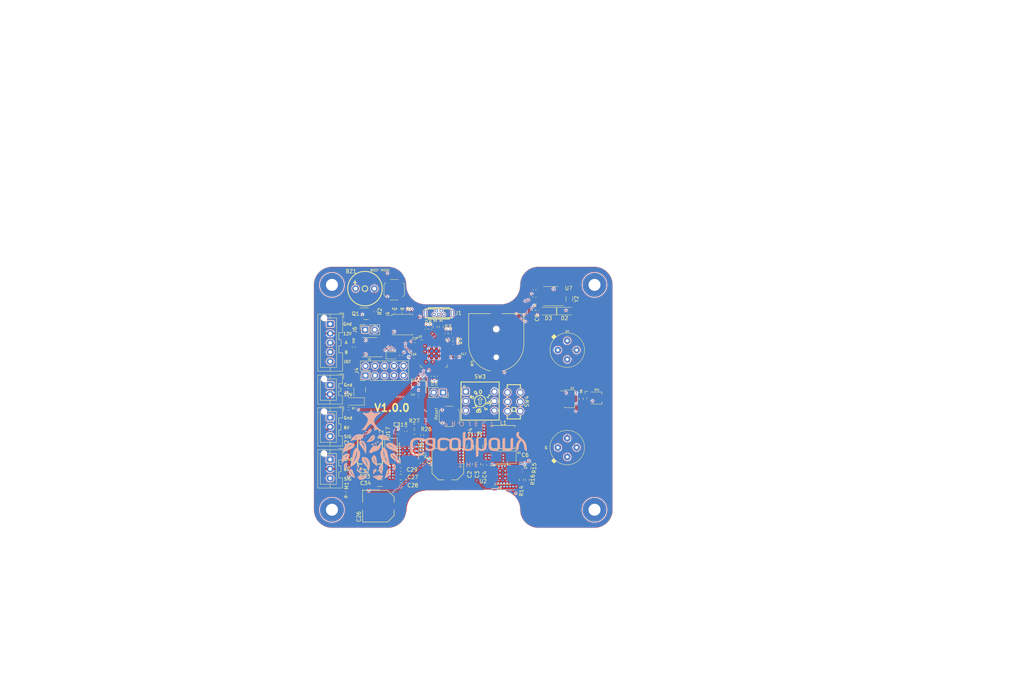
<source format=kicad_pcb>
(kicad_pcb (version 20211014) (generator pcbnew)
  (layers (0 "F.Cu" signal "Front") (1 "In1.Cu" signal) (2 "In2.Cu" signal) (31 "B.Cu" signal "Back") (34 "B.Paste" user) (35 "F.Paste" user) (36 "B.SilkS" user "B.Silkscreen") (37 "F.SilkS" user "F.Silkscreen") (38 "B.Mask" user) (39 "F.Mask" user) (44 "Edge.Cuts" user))
  (net 0 "")
  (net 1 "/+ve")
  (net 2 "GND")
  (net 3 "Net-(C6-Pad1)")
  (net 4 "+3V3")
  (net 5 "Net-(C11-Pad2)")
  (net 6 "Net-(C12-Pad2)")
  (net 7 "+1V1")
  (net 8 "Net-(C30-Pad1)")
  (net 9 "+6V")
  (net 10 "Net-(D13-Pad2)")
  (net 11 "Net-(D12-Pad2)")
  (net 12 "/USB_D-")
  (net 13 "/USB_D+")
  (net 15 "/RS485_A")
  (net 16 "/RS485_B")
  (net 17 "Net-(M1-Pad3)")
  (net 18 "Net-(M2-Pad3)")
  (net 19 "Net-(R3-Pad2)")
  (net 20 "Net-(R4-Pad2)")
  (net 21 "SERVO_1")
  (net 22 "SERVO_2")
  (net 23 "Net-(R8-Pad1)")
  (net 24 "Net-(R8-Pad2)")
  (net 25 "/QSPI_SS")
  (net 26 "Net-(R9-Pad2)")
  (net 27 "PIR_1")
  (net 28 "6V_Enable")
  (net 30 "/RUN")
  (net 31 "Net-(BT1-Pad1)")
  (net 32 "Net-(C5-Pad1)")
  (net 33 "RX")
  (net 34 "TX")
  (net 35 "PIR_2")
  (net 36 "/GPIO11")
  (net 37 "/QSPI_SD1")
  (net 38 "/QSPI_SD2")
  (net 39 "/QSPI_SD0")
  (net 40 "/QSPI_SCLK")
  (net 41 "/QSPI_SD3")
  (net 42 "/GPIO6")
  (net 43 "/GPIO7")
  (net 44 "/GPIO8")
  (net 45 "/GPIO9")
  (net 46 "/GPIO10")
  (net 47 "/GPIO12")
  (net 48 "/SWCLK")
  (net 49 "/SWD")
  (net 50 "/GPIO27_ADC1")
  (net 51 "/GPIO28_ADC2")
  (net 52 "/GPIO29_ADC3")
  (net 56 "Net-(D13-Pad1)")
  (net 57 "Net-(C9-Pad1)")
  (net 58 "Net-(C31-Pad2)")
  (net 59 "Net-(BZ1-Pad2)")
  (net 60 "~{RE}")
  (net 61 "DE")
  (net 63 "Net-(R5-Pad1)")
  (net 64 "Net-(R14-Pad1)")
  (net 65 "Net-(R18-Pad2)")
  (net 66 "Net-(R26-Pad2)")
  (net 67 "+12V")
  (net 68 "/INTERRUPT")
  (net 69 "Net-(U7-Pad1)")
  (net 70 "Net-(U7-Pad2)")
  (net 71 "~{RTC_INT}")
  (net 72 "SDA")
  (net 73 "SCL")
  (net 75 "Net-(R17-Pad1)")
  (net 76 "/SW_3V3")
  (net 77 "/SW_6V")
  (net 78 "BUZZER")
  (net 79 "RTC_BAT")
  (net 80 "R_ENC_1")
  (net 81 "R_ENC_2")
  (net 82 "R_ENC_4")
  (net 83 "R_ENC_8")
  (net 85 "24_hour")
  (net 90 "Net-(Q1-Pad3)")
  (footprint "Connector_JST:JST_XA_B03B-XASK-1-A_1x03_P2.50mm_Vertical" (layer "F.Cu") (at 98.5 133 -90)
    (fp_text reference "M1")
    (fp_text value "Servo")
  )
  (footprint "Capacitor_SMD:C_0603_1608Metric" (layer "F.Cu") (at 117.35 135.695 180)
    (fp_text reference "C29")
    (fp_text value "470nF")
  )
  (footprint "cacophony-footprints:CR1220" (layer "F.Cu") (at 142.8 102.2 90)
    (fp_text reference "BT1")
    (fp_text value "Battery_Cell")
  )
  (footprint "Capacitor_SMD:C_0603_1608Metric" (layer "F.Cu") (at 116.75 125.695 180)
    (fp_text reference "C31")
    (fp_text value "100nF")
  )
  (footprint "cacophony-footprints:SW-TH_6P-L10.0-W10.0-P2.54-LS7.6_TSR-10" (layer "F.Cu") (at 138.5 117.4)
    (fp_text reference "SW3")
    (fp_text value "SW_Coded_SH-7010")
  )
  (footprint "Package_TO_SOT_SMD:SOT-23" (layer "F.Cu") (at 106.4 114.4 90)
    (fp_text reference "Q2" hide)
    (fp_text value "Q_PMOS_GSD")
  )
  (footprint "Capacitor_SMD:C_0402_1005Metric" (layer "F.Cu") (at 112.35 135.095)
    (fp_text reference "C32")
    (fp_text value "1uF")
  )
  (footprint "Resistor_SMD:R_0603_1608Metric" (layer "F.Cu") (at 126.5 97.6 -90)
    (fp_text reference "R3")
    (fp_text value "27R")
  )
  (footprint "cacophony-footprints:SW-TH_K3-2235D-F1" (layer "F.Cu") (at 147.5 117.6 90)
    (fp_text reference "SW4")
    (fp_text value "SW_Push_DPDT")
  )
  (footprint "Capacitor_SMD:C_0402_1005Metric" (layer "F.Cu") (at 119.7 93.6 180)
    (fp_text reference "C23")
    (fp_text value "100n")
  )
  (footprint "Connector_JST:JST_XA_B03B-XASK-1-A_1x03_P2.50mm_Vertical" (layer "F.Cu") (at 98.5 121.8 -90)
    (fp_text reference "M2")
    (fp_text value "Servo")
  )
  (footprint "Diode_SMD:D_MiniMELF" (layer "F.Cu") (at 105.1 117.5 180)
    (fp_text reference "D12" hide)
    (fp_text value "D_Zener")
  )
  (footprint "Capacitor_SMD:C_0402_1005Metric" (layer "F.Cu") (at 122.1 115.9825 180)
    (fp_text reference "C12")
    (fp_text value "12pF")
  )
  (footprint "Capacitor_SMD:C_0402_1005Metric" (layer "F.Cu") (at 118.75 125.495 -90)
    (fp_text reference "C30")
    (fp_text value "22nF")
  )
  (footprint "Package_SO:SOIC-8_3.9x4.9mm_P1.27mm" (layer "F.Cu") (at 157.3 89.4 180)
    (fp_text reference "U7")
    (fp_text value "PCF8563T")
  )
  (footprint "Capacitor_SMD:C_0402_1005Metric" (layer "F.Cu") (at 130.5 99.4 90)
    (fp_text reference "C10")
    (fp_text value "1u")
  )
  (footprint "Capacitor_SMD:C_0603_1608Metric" (layer "F.Cu") (at 149.5 134 -90)
    (fp_text reference "C6")
    (fp_text value "100nF")
  )
  (footprint "Resistor_SMD:R_0402_1005Metric" (layer "F.Cu") (at 152.8 93.19 -90)
    (fp_text reference "R1")
    (fp_text value "10k")
  )
  (footprint "Capacitor_SMD:C_0603_1608Metric" (layer "F.Cu") (at 139.7 134.4 90)
    (fp_text reference "C4")
    (fp_text value "470nF")
  )
  (footprint "Crystal:Crystal_SMD_3215-2Pin_3.2x1.5mm" (layer "F.Cu") (at 162.3 90.1 90)
    (fp_text reference "Y2")
    (fp_text value "Crystal")
  )
  (footprint "Diode_SMD:D_SOD-123F" (layer "F.Cu") (at 156.6 93.4 180)
    (fp_text reference "D3")
    (fp_text value "D")
  )
  (footprint "Potentiometer_SMD:Potentiometer_Bourns_TC33X_Vertical" (layer "F.Cu") (at 169.0789 116.6)
    (fp_text reference "RV1")
    (fp_text value "R_Potentiometer")
  )
  (footprint "cacophony-footprints:CAP-SMD_BD8.0-L8.3-W8.3-LS9.3-FD" (layer "F.Cu") (at 129.9 134.2 90)
    (fp_text reference "C1")
    (fp_text value "220uF")
  )
  (footprint "cacophony-footprints:MICRO-USB-TH_MICRO-USB-A14" (layer "F.Cu") (at 127.5 93.8 180)
    (fp_text reference "J1")
    (fp_text value "USB_B_Micro")
  )
  (footprint "Resistor_SMD:R_0603_1608Metric" (layer "F.Cu") (at 120.95 124.095)
    (fp_text reference "R27")
    (fp_text value "680")
  )
  (footprint "Resistor_SMD:R_0603_1608Metric" (layer "F.Cu") (at 151.1 138.4 -90)
    (fp_text reference "R16")
    (fp_text value "270k")
  )
  (footprint "Resistor_SMD:R_0402_1005Metric" (layer "F.Cu") (at 123.05 126.495 90)
    (fp_text reference "R18")
    (fp_text value "10K")
  )
  (footprint "MountingHole:MountingHole_3.2mm_M3_Pad" (layer "F.Cu") (at 169 86.4)
    (fp_text reference "H2" hide)
    (fp_text value "MountingHole_Pad" hide)
  )
  (footprint "cacophony-footprints:IND-SMD_L7.0-W6.6" (layer "F.Cu") (at 109.15 130.695 -90)
    (fp_text reference "L2")
    (fp_text value "4.7uH")
  )
  (footprint "Resistor_SMD:R_0402_1005Metric" (layer "F.Cu") (at 122.95 131.895 90)
    (fp_text reference "R17")
    (fp_text value "47k")
  )
  (footprint "cacophony-footprints:CAP-SMD_BD8.0-L8.3-W8.3-LS9.3-FD" (layer "F.Cu") (at 111.35 145.445 180)
    (fp_text reference "C26")
    (fp_text value "220uF")
  )
  (footprint "Capacitor_SMD:C_0402_1005Metric" (layer "F.Cu") (at 121.1575 101.4425 180)
    (fp_text reference "C19")
    (fp_text value "100n")
  )
  (footprint "Button_Switch_SMD:SW_SPST_SKQG_WithStem" (layer "F.Cu") (at 115.6 87.7 90)
    (fp_text reference "SW2" hide)
    (fp_text value "USB_BOOT")
  )
  (footprint "cacophony-footprints:PIR_P924M-S" (layer "F.Cu") (at 161.7289 103.8 180)
    (fp_text reference "U5")
    (fp_text value "PIR_P924M-S")
  )
  (footprint "Resistor_SMD:R_0402_1005Metric" (layer "F.Cu") (at 103.4 119.4 180)
    (fp_text reference "R7")
    (fp_text value "1K")
  )
  (footprint "Resistor_SMD:R_0402_1005Metric" (layer "F.Cu") (at 153 87.7 90)
    (fp_text reference "R12" hide)
    (fp_text value "10k")
  )
  (footprint "Package_SO:TI_SO-PowerPAD-8" (layer "F.Cu") (at 144.5 137)
    (fp_text reference "U2")
    (fp_text value "LMR16030S")
  )
  (footprint "Capacitor_SMD:C_0805_2012Metric" (layer "F.Cu") (at 117.35 137.695 180)
    (fp_text reference "C27")
    (fp_text value "2.2uF")
  )
  (footprint "Resistor_SMD:R_0603_1608Metric" (layer "F.Cu") (at 151.5 135.28 -90)
    (fp_text reference "R15")
    (fp_text value "100k")
  )
  (footprint "Capacitor_SMD:C_0402_1005Metric" (layer "F.Cu") (at 131.3 101.9)
    (fp_text reference "C18")
    (fp_text value "100n")
  )
  (footprint "Resistor_SMD:R_0402_1005Metric" (layer "F.Cu") (at 102.7 142 180)
    (fp_text reference "R6")
    (fp_text value "1K")
  )
  (footprint "Capacitor_SMD:C_0805_2012Metric" (layer "F.Cu") (at 135.7 134.2 90)
    (fp_text reference "C2")
    (fp_text value "2.2uF")
  )
  (footprint "Package_TO_SOT_SMD:SOT-23" (layer "F.Cu") (at 108.1 94.1)
    (fp_text reference "Q1")
    (fp_text value "2N7002")
  )
  (footprint "LED_SMD:LED_0805_2012Metric" (layer "F.Cu") (at 115.1 105.2)
    (fp_text reference "D13" hide)
    (fp_text value "LED")
  )
  (footprint "Button_Switch_SMD:SW_SPST_SKQG_WithStem" (layer "F.Cu") (at 130.3 121.5 90)
    (fp_text reference "SW1" hide)
    (fp_text value "RESET")
  )
  (footprint "Resistor_SMD:R_0603_1608Metric" (layer "F.Cu") (at 165.4789 116.8 90)
    (fp_text reference "R8")
    (fp_text value "82K")
  )
  (footprint "Crystal:Crystal_SMD_3225-4Pin_3.2x2.5mm" (layer "F.Cu") (at 122.1 113.6825 180)
    (fp_text reference "Y1")
    (fp_text value "Crystal_GND24")
  )
  (footprint "Capacitor_SMD:C_1206_3216Metric" (layer "F.Cu") (at 111.75 139.295)
    (fp_text reference "C34")
    (fp_text value "47uF")
  )
  (footprint "Connector_PinSocket_2.54mm:PinSocket_1x02_P2.54mm_Vertical" (layer "F.Cu") (at 107.85 98.375 90)
    (fp_text reference "J6")
    (fp_text value "Conn_01x02")
  )
  (footprint "cacophony-footprints:IND-SMD_L6.0-W6.0_SWPA6045S" (layer "F.Cu") (at 144.7 127 180)
    (fp_text reference "L1")
    (fp_text value "15uH")
  )
  (footprint "MountingHole:MountingHole_3.2mm_M3_Pad" (layer "F.Cu") (at 99 146.4)
    (fp_text reference "H3" hide)
    (fp_text value "MountingHole_Pad" hide)
  )
  (footprint "Package_TO_SOT_SMD:SOT-89-3" (layer "F.Cu") (at 162.0789 116.8)
    (fp_text reference "U4")
    (fp_text value "HT75xx-1-SOT89")
  )
  (footprint "Capacitor_SMD:C_1206_3216Metric" (layer "F.Cu") (at 135.9 129.8 -90)
    (fp_text reference "C24")
    (fp_text value "47uF")
  )
  (footprint "Diode_SMD:D_SMA" (layer "F.Cu") (at 114.75 130.695 -90)
    (fp_text reference "D17")
    (fp_text value "D_Shockley")
  )
  (footprint "Capacitor_SMD:C_1206_3216Metric" (layer "F.Cu") (at 111.75 136.895)
    (fp_text reference "C33")
    (fp_text value "47uF")
  )
  (footprint "Connector_PinHeader_2.54mm:PinHeader_2x05_P2.54mm_Vertical" (layer "F.Cu") (at 107.925 110.575 90)
    (fp_text reference "J4")
    (fp_text value "Conn_02x05_Odd_Even")
  )
  (footprint "Capacitor_SMD:C_0402_1005Metric" (layer "F.Cu") (at 122.1 111.3825)
    (fp_text reference "C11")
    (fp_text value "12pF")
  )
  (footprint "MountingHole:MountingHole_3.2mm_M3_Pad" (layer "F.Cu") (at 169 146.4)
    (fp_text reference "H1" hide)
    (fp_text value "MountingHole_Pad" hide)
  )
  (footprint "cacophony-footprints:BUZ-TH_BD9.0-P5.00-D0.6-FD" (layer "F.Cu") (at 107.8 87.4)
    (fp_text reference "BZ1")
    (fp_text value "Buzzer")
  )
  (footprint "Connector_JST:JST_XA_B02B-XASK-1-A_1x02_P2.50mm_Vertical" (layer "F.Cu") (at 98.5 113.1 -90)
    (fp_text reference "J2" hide)
    (fp_text value "Conn_01x02")
  )
  (footprint "cacophony-footprints:RP2040-QFN-56" (layer "F.Cu") (at 126.2 104.7)
    (fp_text reference "U3")
    (fp_text value "RP2040")
  )
  (footprint "Capacitor_SMD:C_0402_1005Metric" (layer "F.Cu") (at 124.2 98.2 90)
    (fp_text reference "C13")
    (fp_text value "100n")
  )
  (footprint "Diode_SMD:D_SOD-123F" (layer "F.Cu") (at 161.2 93.4)
    (fp_text reference "D2")
    (fp_text value "D")
  )
  (footprint "Resistor_SMD:R_0402_1005Metric" (layer "F.Cu") (at 115.7 93.6)
    (fp_text reference "R10")
    (fp_text value "DNF")
  )
  (footprint "Connector_JST:JST_XA_B05B-XASK-1-A_1x05_P2.50mm_Vertical" (layer "F.Cu") (at 98.525 96.835 -90)
    (fp_text reference "J3" hide)
    (fp_text value "Conn_01x05")
  )
  (footprint "Resistor_SMD:R_0402_1005Metric" (layer "F.Cu") (at 104.8 103 -90)
    (fp_text reference "R20")
    (fp_text value "120R")
  )
  (footprint "Capacitor_SMD:C_0805_2012Metric" (layer "F.Cu") (at 117.35 139.895 180)
    (fp_text reference "C28")
    (fp_text value "2.2uF")
  )
  (footprint "Capacitor_SMD:C_0402_1005Metric" (layer "F.Cu") (at 126.8 110.8 -90)
    (fp_text reference "C14")
    (fp_text value "100n")
  )
  (footprint "Capacitor_SMD:C_0402_1005Metric" (layer "F.Cu") (at 120.8 105.7 180)
    (fp_text reference "C16")
    (fp_text value "100n")
  )
  (footprint "Resistor_SMD:R_0402_1005Metric" (layer "F.Cu") (at 142.3 140.4)
    (fp_text reference "R5")
    (fp_text value "47k")
  )
  (footprint "Resistor_SMD:R_0402_1005Metric" (layer "F.Cu") (at 103.3 114.4 180)
    (fp_text reference "R19" hide)
    (fp_text value "100k")
  )
  (footprint "Resistor_SMD:R_0603_1608Metric" (layer "F.Cu") (at 149.5 138.4 90)
    (fp_text reference "R14")
    (fp_text value "33k")
  )
  (footprint "Resistor_SMD:R_0402_1005Metric" (layer "F.Cu") (at 110.6 93.5 -90)
    (fp_text reference "R2")
    (fp_text value "100R")
  )
  (footprint "Capacitor_SMD:C_0402_1005Metric" (layer "F.Cu") (at 140.1 130.4 -90)
    (fp_text reference "C7")
    (fp_text value "1uF")
  )
  (footprint "cacophony-footprints:PIR_P924M-S" (layer "F.Cu") (at 161.7289 129.8 -90)
    (fp_text reference "U6")
    (fp_text value "PIR_P924M-S")
  )
  (footprint "Capacitor_SMD:C_0402_1005Metric" (layer "F.Cu") (at 125.2 98.2 90)
    (fp_text reference "C21")
    (fp_text value "100n")
  )
  (footprint "Resistor_SMD:R_0402_1005Metric" (layer "F.Cu") (at 122.95 133.895 -90)
    (fp_text reference "R25" hide)
    (fp_text value "100k")
  )
  (footprint "Resistor_SMD:R_0603_1608Metric" (layer "F.Cu") (at 120.95 125.695 180)
    (fp_text reference "R26")
    (fp_text value "560")
  )
  (footprint "Capacitor_SMD:C_0402_1005Metric" (layer "F.Cu") (at 149.7 136 180)
    (fp_text reference "C5")
    (fp_text value "10nF")
  )
  (footprint "Connector_PinSocket_2.54mm:PinSocket_1x02_P2.54mm_Vertical" (layer "F.Cu") (at 128.65 115.125 -90)
    (fp_text reference "J5" hide)
    (fp_text value "Conn_01x02")
  )
  (footprint "Package_SO:SOIC-8_3.9x4.9mm_P1.27mm" (layer "F.Cu") (at 109.025 103.035 180)
    (fp_text reference "U1")
    (fp_text value "SP3485EN")
  )
  (footprint "Capacitor_SMD:C_0402_1005Metric" (layer "F.Cu") (at 125.8 110.8 -90)
    (fp_text reference "C20")
    (fp_text value "100n")
  )
  (footprint "Capacitor_SMD:C_0402_1005Metric" (layer "F.Cu") (at 129.5 99.4 90)
    (fp_text reference "C15")
    (fp_text value "1u")
  )
  (footprint "Resistor_SMD:R_0603_1608Metric" (layer "F.Cu") (at 128.1 97.6 -90)
    (fp_text reference "R4")
    (fp_text value "27R")
  )
  (footprint "Package_SO:TI_SO-PowerPAD-8" (layer "F.Cu") (at 119.525 130.6975 90)
    (fp_text reference "U8")
    (fp_text value "LMR14050S")
  )
  (footprint "MountingHole:MountingHole_3.2mm_M3_Pad" (layer "F.Cu") (at 99 86.4)
    (fp_text reference "H4" hide)
    (fp_text value "MountingHole_Pad" hide)
  )
  (footprint "Package_SO:SOIC-8_5.23x5.23mm_P1.27mm" (layer "F.Cu") (at 117.8 97)
    (fp_text reference "U9")
    (fp_text value "W25Q128JVS")
  )
  (footprint "Capacitor_SMD:C_0402_1005Metric" (layer "F.Cu") (at 131.7 105.7)
    (fp_text reference "C17")
    (fp_text value "100n")
  )
  (footprint "Capacitor_SMD:C_1206_3216Metric" (layer "F.Cu") (at 138.3 129.8 -90)
    (fp_text reference "C8")
    (fp_text value "47uF")
  )
  (footprint "Resistor_SMD:R_0402_1005Metric" (layer "F.Cu") (at 153 89.7 -90)
    (fp_text reference "R11" hide)
    (fp_text value "10k")
  )
  (footprint "Capacitor_SMD:C_0805_2012Metric" (layer "F.Cu") (at 137.9 134.2 90)
    (fp_text reference "C3")
    (fp_text value "2.2uF")
  )
  (footprint "Resistor_SMD:R_0402_1005Metric" (layer "F.Cu") (at 117.4 105.2 -90)
    (fp_text reference "R22" hide)
    (fp_text value "1K")
  )
  (footprint "Resistor_SMD:R_0402_1005Metric" (layer "F.Cu") (at 117.7 93.6)
    (fp_text reference "R9")
    (fp_text value "1K")
  )
  (footprint "Capacitor_SMD:C_0402_1005Metric" (layer "F.Cu") (at 131.3 100.9)
    (fp_text reference "C22")
    (fp_text value "100n")
  )
  (footprint "Diode_SMD:D_SMA" (layer "F.Cu") (at 144.7 132.4 180)
    (fp_text reference "D1")
    (fp_text value "D_Shockley")
  )
  (footprint "Capacitor_SMD:C_0402_1005Metric" (layer "F.Cu") (at 153.8 93.2 -90)
    (fp_text reference "C9")
    (fp_text value "1uF")
  )
  (footprint "cacophony-footprints:logo" (layer "B.Cu") (at 126.3 129)
    (fp_text reference "U11" hide)
    (fp_text value "Logo" hide)
  )
  (gr_line (start 144 141.4) (end 134 141.4) (layer "Edge.Cuts") (width 0.0381))
  (gr_line (start 94 86.4) (end 94 146.4) (layer "Edge.Cuts") (width 0.0381))
  (gr_arc (start 149 86.4) (mid 150.464466 82.864466) (end 154 81.4) (layer "Edge.Cuts") (width 0.0381))
  (gr_arc (start 114 81.4) (mid 117.535534 82.864466) (end 119 86.4) (layer "Edge.Cuts") (width 0.0381))
  (gr_arc (start 124 91.4) (mid 120.464466 89.935534) (end 119 86.4) (layer "Edge.Cuts") (width 0.0381))
  (gr_line (start 154 151.4) (end 169 151.4) (layer "Edge.Cuts") (width 0.0381))
  (gr_line (start 174 86.4) (end 174 146.4) (layer "Edge.Cuts") (width 0.0381))
  (gr_arc (start 99 151.4) (mid 95.464466 149.935534) (end 94 146.4) (layer "Edge.Cuts") (width 0.0381))
  (gr_arc (start 154 151.4) (mid 150.464466 149.935534) (end 149 146.4) (layer "Edge.Cuts") (width 0.0381))
  (gr_arc (start 174 146.4) (mid 172.535534 149.935534) (end 169 151.4) (layer "Edge.Cuts") (width 0.0381))
  (gr_line (start 124 91.4) (end 134 91.4) (layer "Edge.Cuts") (width 0.0381))
  (gr_line (start 134 141.4) (end 124 141.4) (layer "Edge.Cuts") (width 0.0381))
  (gr_arc (start 169 81.4) (mid 172.535534 82.864466) (end 174 86.4) (layer "Edge.Cuts") (width 0.0381))
  (gr_line (start 114 81.4) (end 99 81.4) (layer "Edge.Cuts") (width 0.0381))
  (gr_line (start 169 81.4) (end 154 81.4) (layer "Edge.Cuts") (width 0.0381))
  (gr_arc (start 119 146.4) (mid 117.535534 149.935534) (end 114 151.4) (layer "Edge.Cuts") (width 0.0381))
  (gr_line (start 134 91.4) (end 144 91.4) (layer "Edge.Cuts") (width 0.0381))
  (gr_arc (start 94 86.4) (mid 95.464466 82.864466) (end 99 81.4) (layer "Edge.Cuts") (width 0.0381))
  (gr_arc (start 149 86.4) (mid 147.535534 89.935534) (end 144 91.4) (layer "Edge.Cuts") (width 0.0381))
  (gr_arc (start 144 141.4) (mid 147.535534 142.864466) (end 149 146.4) (layer "Edge.Cuts") (width 0.0381))
  (gr_line (start 99 151.4) (end 114 151.4) (layer "Edge.Cuts") (width 0.0381))
  (gr_arc (start 119 146.4) (mid 120.464466 142.864466) (end 124 141.4) (layer "Edge.Cuts") (width 0.0381))
  (gr_text "Gnd" (at 103.125 96.835) (layer "F.SilkS") (effects (font (size 0.8128 0.8128) (thickness 0.1524))))
  (gr_text "B" (at 102.8 104.4) (layer "F.SilkS") (effects (font (size 0.8128 0.8128) (thickness 0.1524))))
  (gr_text "Reset" (at 126.8 120.8 90) (layer "F.SilkS") (effects (font (size 0.8 0.8) (thickness 0.1))))
  (gr_text "SIG" (at 103.2 138.2) (layer "F.SilkS") (effects (font (size 0.8128 0.8128) (thickness 0.1524))))
  (gr_text "12V" (at 103.3 115.7) (layer "F.SilkS") (effects (font (size 0.8128 0.8128) (thickness 0.1524))))
  (gr_text "V1.0.0" (at 115 119.2) (layer "F.SilkS") (effects (font (size 2 2) (thickness 0.4))))
  (gr_text "6V" (at 102.9 124.5) (layer "F.SilkS") (effects (font (size 0.8128 0.8128) (thickness 0.1524))))
  (gr_text "BOOT MODE" (at 111.8 82.5) (layer "F.SilkS") (effects (font (size 0.6 0.6) (thickness 0.1))))
  (gr_text "6V" (at 102.9 135.6) (layer "F.SilkS") (effects (font (size 0.8128 0.8128) (thickness 0.1524))))
  (gr_text "SIG" (at 103.2 126.9) (layer "F.SilkS") (effects (font (size 0.8128 0.8128) (thickness 0.1524))))
  (gr_text "A" (at 102.8 101.8) (layer "F.SilkS") (effects (font (size 0.8128 0.8128) (thickness 0.1524))))
  (gr_text "INT" (at 103.125 106.935) (layer "F.SilkS") (effects (font (size 0.8128 0.8128) (thickness 0.1524))))
  (gr_text "Gnd" (at 103.3 113.1) (layer "F.SilkS") (effects (font (size 0.8128 0.8128) (thickness 0.1524))))
  (gr_text "12V" (at 103.125 99.435) (layer "F.SilkS") (effects (font (size 0.8128 0.8128) (thickness 0.1524))))
  (gr_text "Gnd" (at 103.3 132.9) (layer "F.SilkS") (effects (font (size 0.8128 0.8128) (thickness 0.1524))))
  (gr_text "Gnd" (at 103.3 121.9) (layer "F.SilkS") (effects (font (size 0.8128 0.8128) (thickness 0.1524))))
  (segment (start 159.775 87.495) (end 158.105 87.495) (width 0.127) (layer "F.Cu") (net 2))
  (segment (start 120.32 105.7) (end 119.5 105.7) (width 0.2) (layer "F.Cu") (net 2))
  (segment (start 125.8 111.28) (end 125.8 112) (width 0.2) (layer "F.Cu") (net 2))
  (segment (start 125.2 97.72) (end 125.2 96.9) (width 0.2) (layer "F.Cu") (net 2))
  (segment (start 153.8 93.68) (end 153.8 94.4) (width 0.127) (layer "F.Cu") (net 2))
  (segment (start 117.4 104.69) (end 117.91 104.69) (width 0.127) (layer "F.Cu") (net 2))
  (segment (start 123 115.3825) (end 123.2 115.1825) (width 0.127) (layer "F.Cu") (net 2))
  (segment (start 128.45 118.4) (end 128.45 119.75) (width 0.127) (layer "F.Cu") (net 2))
  (segment (start 121.2 112) (end 121.5 112) (width 0.127) (layer "F.Cu") (net 2))
  (segment (start 120.1575 101.4425) (end 120.1 101.5) (width 0.127) (layer "F.Cu") (net 2))
  (segment (start 124.823357 109.171909) (end 125.2 108.795266) (width 0.2) (layer "F.Cu") (net 2))
  (segment (start 124.2 97.72) (end 124.2 96.9) (width 0.2) (layer "F.Cu") (net 2))
  (segment (start 126.8 111.28) (end 126.8 111.8) (width 0.2) (layer "F.Cu") (net 2))
  (segment (start 122.58 115.6025) (end 122.8 115.3825) (width 0.127) (layer "F.Cu") (net 2))
  (segment (start 121.62 111.88) (end 121.62 111.3825) (width 0.127) (layer "F.Cu") (net 2))
  (segment (start 121 112.8325) (end 121 112.2) (width 0.127) (layer "F.Cu") (net 2))
  (segment (start 123.2 114.5325) (end 122.15 114.5325) (width 0.127) (layer "F.Cu") (net 2))
  (segment (start 121 112.8325) (end 122.05 112.8325) (width 0.127) (layer "F.Cu") (net 2))
  (segment (start 131.78 101.9) (end 132.6 101.9) (width 0.2) (layer "F.Cu") (net 2))
  (segment (start 107.1625 95.05) (end 107.1625 94.3625) (width 0.127) (layer "F.Cu") (net 2))
  (segment (start 113.75 89.55) (end 113.8 89.5) (width 0.127) (layer "F.Cu") (net 2))
  (segment (start 113.75 83.35) (end 113.8 83.3) (width 0.127) (layer "F.Cu") (net 2))
  (segment (start 119.22 93.6) (end 119.22 92.82) (width 0.2) (layer "F.Cu") (net 2))
  (segment (start 122.95 133.385) (end 123.46002 132.87498) (width 0.127) (layer "F.Cu") (net 2))
  (segment (start 107.93 101.13) (end 108 101.2) (width 0.2) (layer "F.Cu") (net 2))
  (segment (start 115.595 98.905) (end 115.6 98.9) (width 0.2) (layer "F.Cu") (net 2))
  (segment (start 114.2 98.905) (end 115.595 98.905) (width 0.2) (layer "F.Cu") (net 2))
  (segment (start 132.18 105.7) (end 132.879615 105.7) (width 0.2) (layer "F.Cu") (net 2))
  (segment (start 107.1625 94.3625) (end 107.1 94.3) (width 0.127) (layer "F.Cu") (net 2))
  (segment (start 167.2789 117.6) (end 168.2789 117.6) (width 0.127) (layer "F.Cu") (net 2))
  (segment (start 121 112.2) (end 121.2 112) (width 0.127) (layer "F.Cu") (net 2))
  (segment (start 128.45 123.25) (end 128.4 123.2) (width 0.127) (layer "F.Cu") (net 2))
  (segment (start 160.4289 115.3) (end 161.3789 115.3) (width 0.127) (layer "F.Cu") (net 2))
  (segment (start 130.5 98.92) (end 130.5 98.1) (width 0.2) (layer "F.Cu") (net 2))
  (segment (start 119.22 92.82) (end 119.2 92.8) (width 0.2) (layer "F.Cu") (net 2))
  (segment (start 161.3789 115.3) (end 161.4789 115.2) (width 0.127) (layer "F.Cu") (net 2))
  (segment (start 158.105 87.495) (end 158.1 87.5) (width 0.127) (layer "F.Cu") (net 2))
  (segment (start 129.5 98.92) (end 129.5 98.1) (width 0.2) (layer "F.Cu") (net 2))
  (segment (start 142.8 109.77) (end 144.97 109.77) (width 0.127) (layer "F.Cu") (net 2))
  (segment (start 147.28 136.365) (end 148.855 136.365) (width 0.127) (layer "F.Cu") (net 2))
  (segment (start 123.2 115.1825) (end 123.2 114.5325) (width 0.127) (layer "F.Cu") (net 2))
  (segment (start 102.79 115.19) (end 102.8 115.2) (width 0.127) (layer "F.Cu") (net 2))
  (segment (start 126.8 111.8) (end 126.6 112) (width 0.2) (layer "F.Cu") (net 2))
  (segment (start 123.46002 132.87498) (end 123.46002 131.89502) (width 0.127) (layer "F.Cu") (net 2))
  (segment (start 113.75 90.8) (end 113.75 89.55) (width 0.127) (layer "F.Cu") (net 2))
  (segment (start 121.5 112) (end 121.62 111.88) (width 0.127) (layer "F.Cu") (net 2))
  (segment (start 122.15 114.5325) (end 122.1 114.4825) (width 0.127) (layer "F.Cu") (net 2))
  (segment (start 122.58 115.9825) (end 122.58 115.6025) (width 0.127) (layer "F.Cu") (net 2))
  (segment (start 106.55 101.13) (end 107.93 101.13) (width 0.2) (layer "F.Cu") (net 2))
  (segment (start 123.46002 131.89502) (end 122.95 131.385) (width 0.127) (layer "F.Cu") (net 2))
  (segment (start 148.855 136.365) (end 149.22 136) (width 0.127) (layer "F.Cu") (net 2))
  (segment (start 128.45 124.6) (end 128.45 123.25) (width 0.127) (layer "F.Cu") (net 2))
  (segment (start 125.2 108.795266) (end 125.2 108.1375) (width 0.2) (layer "F.Cu") (net 2))
  (segment (start 102.79 114.4) (end 102.79 115.19) (width 0.127) (layer "F.Cu") (net 2))
  (segment (start 132.879615 105.7) (end 132.954615 105.625) (width 0.2) (layer "F.Cu") (net 2))
  (segment (start 113.75 84.6) (end 113.75 83.35) (width 0.127) (layer "F.Cu") (net 2))
  (segment (start 122.8 115.3825) (end 123 115.3825) (width 0.127) (layer "F.Cu") (net 2))
  (segment (start 120.6775 101.4425) (end 120.1575 101.4425) (width 0.127) (layer "F.Cu") (net 2))
  (segment (start 128.45 119.75) (end 128.4 119.8) (width 0.127) (layer "F.Cu") (net 2))
  (segment (start 117.91 104.69) (end 118.2 104.4) (width 0.127) (layer "F.Cu") (net 2))
  (segment (start 168.2789 117.6) (end 168.4789 117.4) (width 0.127) (layer "F.Cu") (net 2))
  (segment (start 144.97 109.77) (end 145 109.8) (width 0.127) (layer "F.Cu") (net 2))
  (segment (start 131.78 100.9) (end 132.6 100.9) (width 0.2) (layer "F.Cu") (net 2))
  (segment (start 122.05 112.8325) (end 122.1 112.8825) (width 0.127) (layer "F.Cu") (net 2))
  (via (at 144.7 133.4) (size 0.6858) (drill 0.3302) (layers "F.Cu" "B.Cu") (net 2))
  (via (at 168.4789 117.4) (size 0.45) (drill 0.2) (layers "F.Cu" "B.Cu") (net 2))
  (via (at 120.1 101.5) (size 0.45) (drill 0.2) (layers "F.Cu" "B.Cu") (net 2))
  (via (at 118.45 129.995) (size 0.6858) (drill 0.3302) (layers "F.Cu" "B.Cu") (net 2))
  (via (at 143.8 136) (size 0.6858) (drill 0.3302) (layers "F.Cu" "B.Cu") (net 2))
  (via (at 114.45 135.495) (size 0.6858) (drill 0.3302) (layers "F.Cu" "B.Cu") (net 2))
  (via (at 116.45 129.995) (size 0.6858) (drill 0.3302) (layers "F.Cu" "B.Cu") (net 2))
  (via (at 132.6 100.9) (size 0.6) (drill 0.3) (layers "F.Cu" "B.Cu") (net 2))
  (via (at 120.65 131.395) (size 0.6858) (drill 0.3302) (layers "F.Cu" "B.Cu") (net 2))
  (via (at 114.45 137.095) (size 0.6858) (drill 0.3302) (layers "F.Cu" "B.Cu") (net 2))
  (via (at 115.25 134.695) (size 0.6858) (drill 0.3302) (layers "F.Cu" "B.Cu") (net 2))
  (via (at 122.55 130.395) (size 0.6858) (drill 0.3302) (layers "F.Cu" "B.Cu") (net 2))
  (via (at 118.2 104.4) (size 0.45) (drill 0.2) (layers "F.Cu" "B.Cu") (net 2))
  (via (at 125.2 96.9) (size 0.6) (drill 0.3) (layers "F.Cu" "B.Cu") (net 2))
  (via (at 140.8 131.8) (size 0.6858) (drill 0.3302) (layers "F.Cu" "B.Cu") (net 2))
  (via (at 133.9 131.1) (size 0.6858) (drill 0.3302) (layers "F.Cu" "B.Cu") (net 2))
  (via (at 117.25 129.995) (size 0.6858) (drill 0.3302) (layers "F.Cu" "B.Cu") (net 2))
  (via (at 116.45 130.795) (size 0.6858) (drill 0.3302) (layers "F.Cu" "B.Cu") (net 2))
  (via (at 121.65 129.595) (size 0.6858) (drill 0.3302) (layers "F.Cu" "B.Cu") (net 2))
  (via (at 147.3 140.2) (size 0.6858) (drill 0.3302) (layers "F.Cu" "B.Cu") (net 2))
  (via (at 144.7 132.6) (size 0.6858) (drill 0.3302) (layers "F.Cu" "B.Cu") (net 2))
  (via (at 124.823357 109.171909) (size 0.6) (drill 0.3) (layers "F.Cu" "B.Cu") (net 2))
  (via (at 144.1 140.2) (size 0.6858) (drill 0.3302) (layers "F.Cu" "B.Cu") (net 2))
  (via (at 114.45 136.295) (size 0.6858) (drill 0.3302) (layers "F.Cu" "B.Cu") (net 2))
  (via (at 133.9 130.3) (size 0.6858) (drill 0.3302) (layers "F.Cu" "B.Cu") (net 2))
  (via (at 140.8 132.6) (size 0.6858) (drill 0.3302) (layers "F.Cu" "B.Cu") (net 2))
  (via (at 145.1 134.8) (size 0.6858) (drill 0.3302) (layers "F.Cu" "B.Cu") (net 2))
  (via (at 113.8 83.3) (size 0.45) (drill 0.2) (layers "F.Cu" "B.Cu") (net 2))
  (via (at 133.1 132.7) (size 0.6858) (drill 0.3302) (layers "F.Cu" "B.Cu") (net 2))
  (via (at 146.5 140.2) (size 0.6858) (drill 0.3302) (layers "F.Cu" "B.Cu") (net 2))
  (via (at 122.55 127.995) (size 0.6858) (drill 0.3302) (layers "F.Cu" "B.Cu") (net 2))
  (via (at 123.35 127.995) (size 0.6858) (drill 0.3302) (layers "F.Cu" "B.Cu") (net 2))
  (via (at 144.9 139.3) (size 0.6858) (drill 0.3302) (layers "F.Cu" "B.Cu") (net 2))
  (via (at 153.8 94.4) (size 0.45) (drill 0.2) (layers "F.Cu" "B.Cu") (net 2))
  (via (at 124.2 96.9) (size 0.6) (drill 0.3) (layers "F.Cu" "B.Cu") (net 2))
  (via (at 144.7 131.8) (size 0.6858) (drill 0.3302) (layers "F.Cu" "B.Cu") (net 2))
  (via (at 116.45 131.595) (size 0.6858) (drill 0.3302) (layers "F.Cu" "B.Cu") (net 2))
  (via (at 144.1 139.3) (size 0.6858) (drill 0.3302) (layers "F.Cu" "B.Cu") (net 2))
  (via (at 119.55 129.995) (size 0.6858) (drill 0.3302) (layers "F.Cu" "B.Cu") (net 2))
  (via (at 118.45 131.395) (size 0.6858) (drill 0.3302) (layers "F.Cu" "B.Cu") (net 2))
  (via (at 119.2 92.8) (size 0.6) (drill 0.3) (layers "F.Cu" "B.Cu") (net 2))
  (via (at 148.1 140.2) (size 0.6858) (drill 0.3302) (layers "F.Cu" "B.Cu") (net 2))
  (via (at 130.5 98.1) (size 0.6) (drill 0.3) (layers "F.Cu" "B.Cu") (net 2))
  (via (at 108 101.2) (size 0.6) (drill 0.3) (layers "F.Cu" "B.Cu") (net 2))
  (via (at 117.25 131.595) (size 0.6858) (drill 0.3302) (layers "F.Cu" "B.Cu") (net 2))
  (via (at 128.4 119.8) (size 0.45) (drill 0.2) (layers "F.Cu" "B.Cu") (net 2))
  (via (at 123.35 129.595) (size 0.6858) (drill 0.3302) (layers "F.Cu" "B.Cu") (net 2))
  (via (at 119.55 131.395) (size 0.6858) (drill 0.3302) (layers "F.Cu" "B.Cu") (net 2))
  (via (at 115.25 137.095) (size 0.6858) (drill 0.3302) (layers "F.Cu" "B.Cu") (net 2))
  (via (at 158.1 87.5) (size 0.6858) (drill 0.3302) (layers "F.Cu" "B.Cu") (net 2))
  (via (at 125.8 112) (size 0.6) (drill 0.3) (layers "F.Cu" "B.Cu") (net 2))
  (via (at 123.35 130.395) (size 0.6858) (drill 0.3302) (layers "F.Cu" "B.Cu") (net 2))
  (via (at 113.8 89.5) (size 0.45) (drill 0.2) (layers "F.Cu" "B.Cu") (net 2))
  (via (at 144.3 134.8) (size 0.6858) (drill 0.3302) (layers "F.Cu" "B.Cu") (net 2))
  (via (at 119.5 105.7) (size 0.6) (drill 0.3) (layers "F.Cu" "B.Cu") (net 2))
  (via (at 143.5 134.8) (size 0.6858) (drill 0.3302) (layers "F.Cu" "B.Cu") (net 2))
  (via (at 115.6 98.9) (size 0.6) (drill 0.3) (layers "F.Cu" "B.Cu") (net 2))
  (via (at 115.25 135.495) (size 0.6858) (drill 0.3302) (layers "F.Cu" "B.Cu") (net 2))
  (via (at 122.55 128.795) (size 0.6858) (drill 0.3302) (layers "F.Cu" "B.Cu") (net 2))
  (via (at 133.1 133.5) (size 0.6858) (drill 0.3302) (layers "F.Cu" "B.Cu") (net 2))
  (via (at 140 131.8) (size 0.6858) (drill 0.3302) (layers "F.Cu" "B.Cu") (net 2))
  (via (at 121.65 130.695) (size 0.6858) (drill 0.3302) (layers "F.Cu" "B.Cu") (net 2))
  (via (at 126.6 112) (size 0.6) (drill 0.3) (layers "F.Cu" "B.Cu") (net 2))
  (via (at 123.35 128.795) (size 0.6858) (drill 0.3302) (layers "F.Cu" "B.Cu") (net 2))
  (via (at 122.1 112.8825) (size 0.45) (drill 0.2) (layers "F.Cu" "B.Cu") (net 2))
  (via (at 117.25 130.795) (size 0.6858) (drill 0.3302) (layers "F.Cu" "B.Cu") (net 2))
  (via (at 145.2 138) (size 0.6858) (drill 0.3302) (layers "F.Cu" "B.Cu") (net 2))
  (via (at 114.45 134.695) (size 0.6858) (drill 0.3302) (layers "F.Cu" "B.Cu") (net 2))
  (via (at 115.25 137.895) (size 0.6858) (drill 0.3302) (layers "F.Cu" "B.Cu") (net 2))
  (via (at 140 132.6) (size 0.6858) (drill 0.3302) (layers "F.Cu" "B.Cu") (net 2))
  (via (at 145.2 136) (size 0.6858) (drill 0.3302) (layers "F.Cu" "B.Cu") (net 2))
  (via (at 107.1 94.3) (size 0.45) (drill 0.2) (layers "F.Cu" "B.Cu") (net 2))
  (via (at 122.55 129.595) (size 0.6858) (drill 0.3302) (layers "F.Cu" "B.Cu") (net 2))
  (via (at 161.4789 115.2) (size 0.45) (drill 0.2) (layers "F.Cu" "B.Cu") (net 2))
  (via (at 143.8 138) (size 0.6858) (drill 0.3302) (layers "F.Cu" "B.Cu") (net 2))
  (via (at 133.1 131.1) (size 0.6858) (drill 0.3302) (layers "F.Cu" "B.Cu") (net 2))
  (via (at 122.1 114.4825) (size 0.45) (drill 0.2) (layers "F.Cu" "B.Cu") (net 2))
  (via (at 102.8 115.2) (size 0.45) (drill 0.2) (layers "F.Cu" "B.Cu") (net 2))
  (via (at 129.5 98.1) (size 0.6) (drill 0.3) (layers "F.Cu" "B.Cu") (net 2))
  (via (at 143.3 139.3) (size 0.6858) (drill 0.3302) (layers "F.Cu" "B.Cu") (net 2))
  (via (at 133.1 130.3) (size 0.6858) (drill 0.3302) (layers "F.Cu" "B.Cu") (net 2))
  (via (at 120.65 129.995) (size 0.6858) (drill 0.3302) (layers "F.Cu" "B.Cu") (net 2))
  (via (at 121.65 131.695) (size 0.6858) (drill 0.3302) (layers "F.Cu" "B.Cu") (net 2))
  (via (at 133.9 131.9) (size 0.6858) (drill 0.3302) (layers "F.Cu" "B.Cu") (net 2))
  (via (at 145.7 139.3) (size 0.6858) (drill 0.3302) (layers "F.Cu" "B.Cu") (net 2))
  (via (at 132.6 101.9) (size 0.6) (drill 0.3) (layers "F.Cu" "B.Cu") (net 2))
  (via (at 132.954615 105.625) (size 0.6) (drill 0.3) (layers "F.Cu" "B.Cu") (net 2))
  (via (at 133.9 132.7) (size 0.6858) (drill 0.3302) (layers "F.Cu" "B.Cu") (net 2))
  (via (at 133.9 133.5) (size 0.6858) (drill 0.3302) (layers "F.Cu" "B.Cu") (net 2))
  (via (at 114.45 137.895) (size 0.6858) (drill 0.3302) (layers "F.Cu" "B.Cu") (net 2))
  (via (at 145 109.8) (size 0.45) (drill 0.2) (layers "F.Cu" "B.Cu") (net 2))
  (via (at 145.2 137) (size 0.6858) (drill 0.3302) (layers "F.Cu" "B.Cu") (net 2))
  (via (at 145.7 140.2) (size 0.6858) (drill 0.3302) (layers "F.Cu" "B.Cu") (net 2))
  (via (at 144.9 140.2) (size 0.6858) (drill 0.3302) (layers "F.Cu" "B.Cu") (net 2))
  (via (at 143.8 137) (size 0.6858) (drill 0.3302) (layers "F.Cu" "B.Cu") (net 2))
  (via (at 128.4 123.2) (size 0.45) (drill 0.2) (layers "F.Cu" "B.Cu") (net 2))
  (via (at 115.25 136.295) (size 0.6858) (drill 0.3302) (layers "F.Cu" "B.Cu") (net 2))
  (via (at 133.1 131.9) (size 0.6858) (drill 0.3302) (layers "F.Cu" "B.Cu") (net 2))
  (segment (start 150.3 134) (end 150.275 134) (width 0.254) (layer "F.Cu") (net 3))
  (segment (start 150.275 134) (end 149.5 133.225) (width 0.254) (layer "F.Cu") (net 3))
  (segment (start 141.72 134.38) (end 141.9 134.2) (width 0.254) (layer "F.Cu") (net 3))
  (segment (start 141.72 135.095) (end 141.72 134.38) (width 0.254) (layer "F.Cu") (net 3))
  (via (at 150.3 134) (size 0.6858) (drill 0.3302) (layers "F.Cu" "B.Cu") (net 3))
  (via (at 141.9 134.2) (size 0.6858) (drill 0.3302) (layers "F.Cu" "B.Cu") (net 3))
  (segment (start 141.9 134.2) (end 142.1 134) (width 0.254) (layer "B.Cu") (net 3))
  (segment (start 142.1 134) (end 150.3 134) (width 0.254) (layer "B.Cu") (net 3))
  (segment (start 120.18 93.6) (end 119.64348 94.13652) (width 0.2) (layer "F.Cu") (net 4))
  (segment (start 130.1 100.9) (end 129.9 101.1) (width 0.127) (layer "F.Cu") (net 4))
  (segment (start 130.3 100.4) (end 130.5 100.2) (width 0.2) (layer "F.Cu") (net 4))
  (segment (start 128.8 100.4) (end 129 100.4) (width 0.2) (layer "F.Cu") (net 4))
  (segment (start 162.6 93.4) (end 161.6 93.4) (width 0.127) (layer "F.Cu") (net 4))
  (segment (start 153 88.21) (end 153 89.19) (width 0.127) (layer "F.Cu") (net 4))
  (segment (start 115.79 93) (end 115.19 93.6) (width 0.2) (layer "F.Cu") (net 4))
  (segment (start 118.908294 94.13652) (end 118.898294 94.14652) (width 0.2) (layer "F.Cu") (net 4))
  (segment (start 129.6375 102.1) (end 130.62 102.1) (width 0.2) (layer "F.Cu") (net 4))
  (segment (start 126.4 109.35) (end 125.8 109.95) (width 0.2) (layer "F.Cu") (net 4))
  (segment (start 128.4 100.8) (end 128.8 100.4) (width 0.2) (layer "F.Cu") (net 4))
  (segment (start 126.4 108.1375) (end 126.4 107.1) (width 0.2) (layer "F.Cu") (net 4))
  (segment (start 128.8 101.2625) (end 128.8 100.8) (width 0.2) (layer "F.Cu") (net 4))
  (segment (start 121.4 95.095) (end 122.305 95.095) (width 0.127) (layer "F.Cu") (net 4))
  (segment (start 128.8 100.8) (end 129 100.6) (width 0.2) (layer "F.Cu") (net 4))
  (segment (start 130.62 102.1) (end 130.82 101.9) (width 0.2) (layer "F.Cu") (net 4))
  (segment (start 122.295 102.1) (end 121.6375 101.4425) (width 0.127) (layer "F.Cu") (net 4))
  (segment (start 129.8 100.4) (end 130.3 100.4) (width 0.2) (layer "F.Cu") (net 4))
  (segment (start 123.2 102.1) (end 123.8 102.7) (width 0.127) (layer "F.Cu") (net 4))
  (segment (start 152.59 89.19) (end 152.2 88.8) (width 0.127) (layer "F.Cu") (net 4))
  (segment (start 122.305 95.095) (end 122.5 94.9) (width 0.127) (layer "F.Cu") (net 4))
  (segment (start 130.2 101.6) (end 130.4 101.4) (width 0.2) (layer "F.Cu") (net 4))
  (segment (start 151.5 134.455) (end 151.5 133.4) (width 0.254) (layer "F.Cu") (net 4))
  (segment (start 128.4 101.2625) (end 128.4 100.8) (width 0.2) (layer "F.Cu") (net 4))
  (segment (start 122.7625 105.7) (end 121.28 105.7) (width 0.2) (layer "F.Cu") (net 4))
  (segment (start 120.18 93.6) (end 120.18 92.92) (width 0.2) (layer "F.Cu") (net 4))
  (segment (start 130.82 101.4) (end 130.82 100.9) (width 0.2) (layer "F.Cu") (net 4))
  (segment (start 130.2 102) (end 130.2 101.6) (width 0.2) (layer "F.Cu") (net 4))
  (segment (start 130.82 100.9) (end 130.1 100.9) (width 0.127) (layer "F.Cu") (net 4))
  (segment (start 117.68652 93.907786) (end 117.68652 93.265254) (width 0.2) (layer "F.Cu") (net 4))
  (segment (start 106.55 104.94) (end 107.96 104.94) (width 0.254) (layer "F.Cu") (net 4))
  (segment (start 153 89.19) (end 152.59 89.19) (width 0.127) (layer "F.Cu") (net 4))
  (segment (start 122.7625 102.1) (end 122.295 102.1) (width 0.127) (layer "F.Cu") (net 4))
  (segment (start 129.6375 105.7) (end 131.22 105.7) (width 0.2) (layer "F.Cu") (net 4))
  (segment (start 117.925254 94.14652) (end 117.68652 93.907786) (width 0.2) (layer "F.Cu") (net 4))
  (segment (start 129 100.4) (end 129.8 100.4) (width 0.2) (layer "F.Cu") (net 4))
  (segment (start 117.421266 93) (end 115.79 93) (width 0.2) (layer "F.Cu") (net 4))
  (segment (start 129 100.6) (end 129 100.4) (width 0.2) (layer "F.Cu") (net 4))
  (segment (start 161.6 93.4) (end 161.4 93.2) (width 0.127) (layer "F.Cu") (net 4))
  (segment (start 119.64348 94.13652) (end 118.908294 94.13652) (width 0.2) (layer "F.Cu") (net 4))
  (segment (start 130.4 101.4) (end 130.82 101.4) (width 0.2) (layer "F.Cu") (net 4))
  (segment (start 130.1 102.1) (end 130.2 102) (width 0.2) (layer "F.Cu") (net 4))
  (segment (start 118.898294 94.14652) (end 117.925254 94.14652) (width 0.2) (layer "F.Cu") (net 4))
  (segment (start 122.7625 105.7) (end 123.7 105.7) (width 0.2) (layer "F.Cu") (net 4))
  (segment (start 129.6375 102.1) (end 130.1 102.1) (width 0.2) (layer "F.Cu") (net 4))
  (segment (start 129.8 100.4) (end 129.8 101) (width 0.2) (layer "F.Cu") (net 4))
  (segment (start 120.18 92.92) (end 120.2 92.9) (width 0.2) (layer "F.Cu") (net 4))
  (segment (start 129.8 101) (end 129.9 101.1) (width 0.2) (layer "F.Cu") (net 4))
  (segment (start 130.5 100.2) (end 130.5 99.88) (width 0.2) (layer "F.Cu") (net 4))
  (segment (start 126.4 108.1375) (end 126.4 109.35) (width 0.2) (layer "F.Cu") (net 4))
  (segment (start 107.96 104.94) (end 108 104.9) (width 0.254) (layer "F.Cu") (net 4))
  (segment (start 117.68652 93.265254) (end 117.421266 93) (width 0.2) (layer "F.Cu") (net 4))
  (segment (start 122.7625 102.1) (end 123.2 102.1) (width 0.127) (layer "F.Cu") (net 4))
  (segment (start 125.8 109.95) (end 125.8 110.32) (width 0.2) (layer "F.Cu") (net 4))
  (via (at 139.6 124.1) (size 0.6858) (drill 0.3302) (layers "F.Cu" "B.Cu") (net 4))
  (via (at 123.8 104.2) (size 0.6) (drill 0.3) (layers "F.Cu" "B.Cu") (net 4))
  (via (at 161.4 93.2) (size 0.45) (drill 0.2) (layers "F.Cu" "B.Cu") (net 4))
  (via (at 152.2 88.8) (size 0.45) (drill 0.2) (layers "F.Cu" "B.Cu") (net 4))
  (via (at 130.8 105.7) (size 0.6) (drill 0.3) (layers "F.Cu" "B.Cu") (net 4))
  (via (at 139.6 125.7) (size 0.6858) (drill 0.3302) (layers "F.Cu" "B.Cu") (net 4))
  (via (at 139.598898 124.9) (size 0.6858) (drill 0.3302) (layers "F.Cu" "B.Cu") (net 4))
  (via (at 151.5 133.4) (size 0.6858) (drill 0.3302) (layers "F.Cu" "B.Cu") (net 4))
  (via (at 129.9 101.1) (size 0.6858) (drill 0.3302) (layers "F.Cu" "B.Cu") (net 4))
  (via (at 123.8 102.7) (size 0.6) (drill 0.3) (layers "F.Cu" "B.Cu") (net 4))
  (via (at 122.5 94.9) (size 0.6858) (drill 0.3302) (layers "F.Cu" "B.Cu") (net 4))
  (via (at 136.4 126.499824) (size 0.6858) (drill 0.3302) (layers "F.Cu" "B.Cu") (net 4))
  (via (at 125.8 99.4) (size 0.6) (drill 0.3) (layers "F.Cu" "B.Cu") (net 4))
  (via (at 137.2 126.5) (size 0.6858) (drill 0.3302) (layers "F.Cu" "B.Cu") (net 4))
  (via (at 138 126.5) (size 0.6858) (drill 0.3302) (layers "F.Cu" "B.Cu") (net 4))
  (via (at 138.8 126.5) (size 0.6858) (drill 0.3302) (layers "F.Cu" "B.Cu") (net 4))
  (via (at 124 107) (size 0.6) (drill 0.3) (layers "F.Cu" "B.Cu") (net 4))
  (via (at 125.9 107) (size 0.6) (drill 0.3) (layers "F.Cu" "B.Cu") (net 4))
  (via (at 139.6 126.5) (size 0.6858) (drill 0.3302) (layers "F.Cu" "B.Cu") (net 4))
  (via (at 135.6 126.5) (size 0.6858) (drill 0.3302) (layers "F.Cu" "B.Cu") (net 4))
  (via (at 120.2 92.9) (size 0.6858) (drill 0.3302) (layers "F.Cu" "B.Cu") (net 4))
  (via (at 126.4 100.1) (size 0.6) (drill 0.3) (layers "F.Cu" "B.Cu") (net 4))
  (via (at 108 104.9) (size 0.6858) (drill 0.3302) (layers "F.Cu" "B.Cu") (net 4))
  (segment (start 125.6 108.9) (end 125.6 108.1375) (width 0.127) (layer "F.Cu") (net 5))
  (segment (start 125.4 109.1) (end 125.6 108.9) (width 0.127) (layer "F.Cu") (net 5))
  (segment (start 122.7 111.9825) (end 122.58 111.8625) (width 0.127) (layer "F.Cu") (net 5))
  (segment (start 123.2 112.8325) (end 123.2 112.1825) (width 0.127) (layer "F.Cu") (net 5))
  (segment (start 125.4 109.288938) (end 125.4 109.1) (width 0.127) (layer "F.Cu") (net 5))
  (segment (start 122.58 111.8625) (end 122.58 111.3825) (width 0.127) (layer "F.Cu") (net 5))
  (segment (start 123.2 112.1825) (end 123 111.9825) (width 0.127) (layer "F.Cu") (net 5))
  (segment (start 123 111.9825) (end 122.7 111.9825) (width 0.127) (layer "F.Cu") (net 5))
  (segment (start 122.58 111.3825) (end 123.306438 111.3825) (width 0.127) (layer "F.Cu") (net 5))
  (segment (start 123.306438 111.3825) (end 125.4 109.288938) (width 0.127) (layer "F.Cu") (net 5))
  (segment (start 123.9715 113.742) (end 121.458 113.742) (width 0.127) (layer "F.Cu") (net 6))
  (segment (start 121.458 113.742) (end 121 114.2) (width 0.127) (layer "F.Cu") (net 6))
  (segment (start 121 114.2) (end 121 114.5325) (width 0.127) (layer "F.Cu") (net 6))
  (segment (start 121.62 115.9825) (end 121.62 115.5025) (width 0.127) (layer "F.Cu") (net 6))
  (segment (start 124.5 113.2135) (end 123.9715 113.742) (width 0.127) (layer "F.Cu") (net 6))
  (segment (start 126 109.048148) (end 124.5 110.548148) (width 0.127) (layer "F.Cu") (net 6))
  (segment (start 121.2 115.3825) (end 121 115.1825) (width 0.127) (layer "F.Cu") (net 6))
  (segment (start 121.5 115.3825) (end 121.2 115.3825) (width 0.127) (layer "F.Cu") (net 6))
  (segment (start 121 115.1825) (end 121 114.5325) (width 0.127) (layer "F.Cu") (net 6))
  (segment (start 124.5 110.548148) (end 124.5 113.2135) (width 0.127) (layer "F.Cu") (net 6))
  (segment (start 121.62 115.5025) (end 121.5 115.3825) (width 0.127) (layer "F.Cu") (net 6))
  (segment (start 126 108.1375) (end 126 109.048148) (width 0.127) (layer "F.Cu") (net 6))
  (segment (start 124.7 99.3) (end 124.4 99.3) (width 0.2) (layer "F.Cu") (net 7))
  (segment (start 126 101.2625) (end 126 102.2) (width 0.2) (layer "F.Cu") (net 7))
  (segment (start 128 101.2625) (end 128 100.4) (width 0.2) (layer "F.Cu") (net 7))
  (segment (start 126 101.2625) (end 126 100.6) (width 0.2) (layer "F.Cu") (net 7))
  (segment (start 126.8 108.1375) (end 126.8 107.2) (width 0.2) (layer "F.Cu") (net 7))
  (segment (start 126.8 108.1375) (end 126.8 110.32) (width 0.2) (layer "F.Cu") (net 7))
  (segment (start 126 100.6) (end 124.7 99.3) (width 0.2) (layer "F.Cu") (net 7))
  (segment (start 124.2 99.1) (end 124.2 98.68) (width 0.2) (layer "F.Cu") (net 7))
  (segment (start 124.4 99.3) (end 124.2 99.1) (width 0.2) (layer "F.Cu") (net 7))
  (segment (start 128.52 99.88) (end 129.5 99.88) (width 0.2) (layer "F.Cu") (net 7))
  (segment (start 128 100.4) (end 128.52 99.88) (width 0.2) (layer "F.Cu") (net 7))
  (segment (start 128 101.2625) (end 128 102.2) (width 0.2) (layer "F.Cu") (net 7))
  (segment (start 119.47148 127.22898) (end 119.47148 125.21648) (width 0.254) (layer "F.Cu") (net 8))
  (segment (start 120.16 127.9175) (end 119.47148 127.22898) (width 0.254) (layer "F.Cu") (net 8))
  (segment (start 119.47148 125.21648) (end 119.27 125.015) (width 0.254) (layer "F.Cu") (net 8))
  (segment (start 119.27 125.015) (end 118.75 125.015) (width 0.254) (layer "F.Cu") (net 8))
  (segment (start 124.65 127.695) (end 123.96 127.005) (width 0.254) (layer "F.Cu") (net 9))
  (segment (start 98.5 135.5) (end 97.013 135.5) (width 0.762) (layer "F.Cu") (net 9))
  (segment (start 98.5 135.5) (end 105.9 135.5) (width 0.762) (layer "F.Cu") (net 9))
  (segment (start 124.8 132.8) (end 124.65 132.65) (width 0.254) (layer "F.Cu") (net 9))
  (segment (start 95.643999 134.130999) (end 95.643999 127.156001) (width 0.762) (layer "F.Cu") (net 9))
  (segment (start 95.643999 127.156001) (end 98.5 124.3) (width 0.762) (layer "F.Cu") (net 9))
  (segment (start 123.96 127.005) (end 123.05 127.005) (width 0.254) (layer "F.Cu") (net 9))
  (segment (start 108.85 139.595) (end 109.15 139.295) (width 0.254) (layer "F.Cu") (net 9))
  (segment (start 105.9 135.5) (end 107.2 136.8) (width 0.762) (layer "F.Cu") (net 9))
  (segment (start 109.15 139.295) (end 110.275 139.295) (width 0.254) (layer "F.Cu") (net 9))
  (segment (start 124.65 132.65) (end 124.65 127.695) (width 0.254) (layer "F.Cu") (net 9))
  (segment (start 97.013 135.5) (end 95.643999 134.130999) (width 0.762) (layer "F.Cu") (net 9))
  (segment (start 108.85 141.395) (end 108.85 139.595) (width 0.254) (layer "F.Cu") (net 9))
  (via (at 124.8 132.8) (size 0.6858) (drill 0.3302) (layers "F.Cu" "B.Cu") (net 9))
  (via (at 108.85 141.395) (size 0.6858) (drill 0.3302) (layers "F.Cu" "B.Cu") (net 9))
  (segment (start 116.205 141.395) (end 108.85 141.395) (width 0.254) (layer "B.Cu") (net 9))
  (segment (start 124.8 132.8) (end 116.205 141.395) (width 0.254) (layer "B.Cu") (net 9))
  (segment (start 116.592 103.808) (end 116.0375 104.3625) (width 0.127) (layer "F.Cu") (net 10))
  (segment (start 122.092882 103.808) (end 116.592 103.808) (width 0.127) (layer "F.Cu") (net 10))
  (segment (start 122.384882 104.1) (end 122.092882 103.808) (width 0.127) (layer "F.Cu") (net 10))
  (segment (start 122.7625 104.1) (end 122.384882 104.1) (width 0.127) (layer "F.Cu") (net 10))
  (segment (start 116.0375 104.3625) (end 116.0375 105.2) (width 0.127) (layer "F.Cu") (net 10))
  (segment (start 103.81 114.4) (end 103.81 114.61) (width 0.127) (layer "F.Cu") (net 11))
  (segment (start 103.35 116.525) (end 103.35 117.5) (width 0.127) (layer "F.Cu") (net 11))
  (segment (start 104.5375 115.3375) (end 105.45 115.3375) (width 0.127) (layer "F.Cu") (net 11))
  (segment (start 104.5375 115.3375) (end 103.35 116.525) (width 0.127) (layer "F.Cu") (net 11))
  (segment (start 103.81 114.61) (end 104.5375 115.3375) (width 0.127) (layer "F.Cu") (net 11))
  (segment (start 128.15 93.3) (end 128.15 96.725) (width 0.127) (layer "F.Cu") (net 12))
  (segment (start 128.15 96.725) (end 128.1 96.775) (width 0.127) (layer "F.Cu") (net 12))
  (segment (start 126.5 96.775) (end 126.5 95.3) (width 0.127) (layer "F.Cu") (net 13))
  (segment (start 126.5 95.3) (end 127.5 94.3) (width 0.127) (layer "F.Cu") (net 13))
  (segment (start 103.7 102.8) (end 100.1 102.8) (width 0.2) (layer "F.Cu") (net 15))
  (segment (start 104.8 102.49) (end 105.21 102.49) (width 0.2) (layer "F.Cu") (net 15))
  (segment (start 100.1 102.8) (end 99.135 101.835) (width 0.2) (layer "F.Cu") (net 15))
  (segment (start 99.135 101.835) (end 98.525 101.835) (width 0.2) (layer "F.Cu") (net 15))
  (segment (start 105.21 102.49) (end 105.3 102.4) (width 0.2) (layer "F.Cu") (net 15))
  (segment (start 104.8 102.49) (end 104.01 102.49) (width 0.2) (layer "F.Cu") (net 15))
  (segment (start 104.01 102.49) (end 103.7 102.8) (width 0.2) (layer "F.Cu") (net 15))
  (segment (start 105.3 102.4) (end 106.55 102.4) (width 0.2) (layer "F.Cu") (net 15))
  (segment (start 105.27 103.67) (end 106.55 103.67) (width 0.2) (layer "F.Cu") (net 16))
  (segment (start 104.8 103.51) (end 105.11 103.51) (width 0.2) (layer "F.Cu") (net 16))
  (segment (start 104.11 103.51) (end 103.727 103.127) (width 0.2) (layer "F.Cu") (net 16))
  (segment (start 103.727 103.127) (end 99.733 103.127) (width 0.2) (layer "F.Cu") (net 16))
  (segment (start 104.8 103.51) (end 104.11 103.51) (width 0.2) (layer "F.Cu") (net 16))
  (segment (start 99.733 103.127) (end 98.525 104.335) (width 0.2) (layer "F.Cu") (net 16))
  (segment (start 105.11 103.51) (end 105.27 103.67) (width 0.2) (layer "F.Cu") (net 16))
  (segment (start 98.5 138) (end 102.19 141.69) (width 0.127) (layer "F.Cu") (net 17))
  (segment (start 102.19 141.69) (end 102.19 142) (width 0.127) (layer "F.Cu") (net 17))
  (segment (start 99.6655 125.6345) (end 99.6655 122.6245) (width 0.127) (layer "F.Cu") (net 18))
  (segment (start 98.5 126.8) (end 99.6655 125.6345) (width 0.127) (layer "F.Cu") (net 18))
  (segment (start 99.6655 122.6245) (end 102.89 119.4) (width 0.127) (layer "F.Cu") (net 18))
  (segment (start 127.2 99.9) (end 126.5 99.2) (width 0.2) (layer "F.Cu") (net 19))
  (segment (start 127.2 101.2625) (end 127.2 99.9) (width 0.2) (layer "F.Cu") (net 19))
  (segment (start 126.5 99.2) (end 126.5 98.425) (width 0.2) (layer "F.Cu") (net 19))
  (segment (start 128.1 99.4) (end 128.1 98.425) (width 0.2) (layer "F.Cu") (net 20))
  (segment (start 127.6 101.2625) (end 127.6 99.9) (width 0.2) (layer "F.Cu") (net 20))
  (segment (start 127.6 99.9) (end 128.1 99.4) (width 0.2) (layer "F.Cu") (net 20))
  (segment (start 124.3 109.524939) (end 124.3 109) (width 0.127) (layer "F.Cu") (net 21))
  (segment (start 124.8 108.515118) (end 124.8 108.1375) (width 0.127) (layer "F.Cu") (net 21))
  (segment (start 124.3 109) (end 124.5345 108.7655) (width 0.127) (layer "F.Cu") (net 21))
  (segment (start 124.549618 108.7655) (end 124.8 108.515118) (width 0.127) (layer "F.Cu") (net 21))
  (segment (start 103.21 142) (end 103.21 137.89) (width 0.127) (layer "F.Cu") (net 21))
  (segment (start 124.5345 108.7655) (end 124.549618 108.7655) (width 0.127) (layer "F.Cu") (net 21))
  (segment (start 103.21 137.89) (end 103.5 137.6) (width 0.127) (layer "F.Cu") (net 21))
  (segment (start 123.131235 110.693704) (end 124.3 109.524939) (width 0.127) (layer "F.Cu") (net 21))
  (via (at 123.131235 110.693704) (size 0.45) (drill 0.2) (layers "F.Cu" "B.Cu") (net 21))
  (via (at 103.5 137.6) (size 0.45) (drill 0.2) (layers "F.Cu" "B.Cu") (net 21))
  (segment (start 123.131235 110.868765) (end 103.5 130.5) (width 0.127) (layer "B.Cu") (net 21))
  (segment (start 103.5 130.5) (end 103.5 137.6) (width 0.127) (layer "B.Cu") (net 21))
  (segment (start 123.131235 110.693704) (end 123.131235 110.868765) (width 0.127) (layer "B.Cu") (net 21))
  (segment (start 124.046 109.254) (end 124.046 108.89479) (width 0.127) (layer "F.Cu") (net 22))
  (segment (start 124.4 108.54079) (end 124.4 108.1375) (width 0.127) (layer "F.Cu") (net 22))
  (segment (start 123 110.3) (end 124.046 109.254) (width 0.127) (layer "F.Cu") (net 22))
  (segment (start 124.046 108.89479) (end 124.4 108.54079) (width 0.127) (layer "F.Cu") (net 22))
  (segment (start 122.6 110.3) (end 123 110.3) (width 0.127) (layer "F.Cu") (net 22))
  (segment (start 106.1 119.7) (end 105.8 119.4) (width 0.127) (layer "F.Cu") (net 22))
  (segment (start 105.8 119.4) (end 103.91 119.4) (width 0.127) (layer "F.Cu") (net 22))
  (via (at 122.6 110.3) (size 0.45) (drill 0.2) (layers "F.Cu" "B.Cu") (net 22))
  (via (at 106.1 119.7) (size 0.45) (drill 0.2) (layers "F.Cu" "B.Cu") (net 22))
  (segment (start 122.6 110.3) (end 122.6 110.323497) (width 0.127) (layer "B.Cu") (net 22))
  (segment (start 122.6 110.323497) (end 113.223497 119.7) (width 0.127) (layer "B.Cu") (net 22))
  (segment (start 113.223497 119.7) (end 106.1 119.7) (width 0.127) (layer "B.Cu") (net 22))
  (segment (start 164.8134 116.9595) (end 164.8134 109.3845) (width 0.127) (layer "F.Cu") (net 23))
  (segment (start 162.203553 133.9) (end 160.1 133.9) (width 0.127) (layer "F.Cu") (net 23))
  (segment (start 165.4789 117.625) (end 164.8134 116.9595) (width 0.127) (layer "F.Cu") (net 23))
  (segment (start 164.2289 131.874653) (end 162.203553 133.9) (width 0.127) (layer "F.Cu") (net 23))
  (segment (start 164.8039 118.3) (end 165.4789 117.625) (width 0.127) (layer "F.Cu") (net 23))
  (segment (start 160.1 133.9) (end 160.1 131.003553) (width 0.127) (layer "F.Cu") (net 23))
  (segment (start 160.4289 118.3) (end 164.8039 118.3) (width 0.127) (layer "F.Cu") (net 23))
  (segment (start 164.8134 109.3845) (end 161.7289 106.3) (width 0.127) (layer "F.Cu") (net 23))
  (segment (start 164.2289 129.8) (end 164.2289 131.874653) (width 0.127) (layer "F.Cu") (net 23))
  (segment (start 165.4789 125.624653) (end 165.4789 117.625) (width 0.127) (layer "F.Cu") (net 23))
  (segment (start 160.1 131.003553) (end 165.4789 125.624653) (width 0.127) (layer "F.Cu") (net 23))
  (segment (start 166.1039 116.6) (end 165.4789 115.975) (width 0.127) (layer "F.Cu") (net 24))
  (segment (start 160.7711 103.8) (end 159.2289 103.8) (width 0.127) (layer "F.Cu") (net 24))
  (segment (start 166.1039 116.6) (end 166.1039 116.825) (width 0.127) (layer "F.Cu") (net 24))
  (segment (start 161.7289 130.7578) (end 161.7289 132.3) (width 0.127) (layer "F.Cu") (net 24))
  (segment (start 166.2789 126.2078) (end 161.7289 130.7578) (width 0.127) (layer "F.Cu") (net 24))
  (segment (start 170.5289 116.6) (end 166.1039 116.6) (width 0.127) (layer "F.Cu") (net 24))
  (segment (start 165.4789 115.975) (end 165.4789 108.5078) (width 0.127) (layer "F.Cu") (net 24))
  (segment (start 165.4789 108.5078) (end 160.7711 103.8) (width 0.127) (layer "F.Cu") (net 24))
  (segment (start 166.2789 117) (end 166.2789 126.2078) (width 0.127) (layer "F.Cu") (net 24))
  (segment (start 166.1039 116.825) (end 166.2789 117) (width 0.127) (layer "F.Cu") (net 24))
  (segment (start 123.6 101.2625) (end 122.4625 101.2625) (width 0.127) (layer "F.Cu") (net 25))
  (segment (start 114.2 95.095) (end 115.505 95.095) (width 0.127) (layer "F.Cu") (net 25))
  (segment (start 122.4625 101.2625) (end 121.412052 100.212052) (width 0.127) (layer "F.Cu") (net 25))
  (segment (start 113.905 95.095) (end 114.2 95.095) (width 0.127) (layer "F.Cu") (net 25))
  (segment (start 116.21 94.39) (end 116.21 93.6) (width 0.127) (layer "F.Cu") (net 25))
  (segment (start 115.505 95.095) (end 116.21 94.39) (width 0.127) (layer "F.Cu") (net 25))
  (segment (start 112.95646 96.04354) (end 113.905 95.095) (width 0.127) (layer "F.Cu") (net 25))
  (segment (start 112.95646 98.94232) (end 112.95646 96.04354) (width 0.127) (layer "F.Cu") (net 25))
  (segment (start 114.226192 100.212052) (end 112.95646 98.94232) (width 0.127) (layer "F.Cu") (net 25))
  (segment (start 116.21 93.6) (end 117.19 93.6) (width 0.127) (layer "F.Cu") (net 25))
  (segment (start 121.412052 100.212052) (end 114.226192 100.212052) (width 0.127) (layer "F.Cu") (net 25))
  (segment (start 117.45 90.8) (end 117.45 84.6) (width 0.127) (layer "F.Cu") (net 26))
  (segment (start 117.45 90.8) (end 117.45 92.05) (width 0.127) (layer "F.Cu") (net 26))
  (segment (start 118.21 92.81) (end 118.21 93.6) (width 0.127) (layer "F.Cu") (net 26))
  (segment (start 117.45 92.05) (end 118.21 92.81) (width 0.127) (layer "F.Cu") (net 26))
  (segment (start 157.8 103.2) (end 159 102) (width 0.127) (layer "F.Cu") (net 27))
  (segment (start 160.4 102) (end 162.2 103.8) (width 0.127) (layer "F.Cu") (net 27))
  (segment (start 134.254 105.054) (end 135.8 106.6) (width 0.127) (layer "F.Cu") (net 27))
  (segment (start 155.8 106.6) (end 157.8 104.6) (width 0.127) (layer "F.Cu") (net 27))
  (segment (start 129.6375 105.3) (end 129.738 105.1995) (width 0.127) (layer "F.Cu") (net 27))
  (segment (start 129.738 105.1995) (end 132.686443 105.1995) (width 0.127) (layer "F.Cu") (net 27))
  (segment (start 162.2 103.8) (end 164.2289 103.8) (width 0.127) (layer "F.Cu") (net 27))
  (segment (start 157.8 104.6) (end 157.8 103.2) (width 0.127) (layer "F.Cu") (net 27))
  (segment (start 135.8 106.6) (end 155.8 106.6) (width 0.127) (layer "F.Cu") (net 27))
  (segment (start 132.831943 105.054) (end 134.254 105.054) (width 0.127) (layer "F.Cu") (net 27))
  (segment (start 132.686443 105.1995) (end 132.831943 105.054) (width 0.127) (layer "F.Cu") (net 27))
  (segment (start 159 102) (end 160.4 102) (width 0.127) (layer "F.Cu") (net 27))
  (segment (start 123.89079 108.69079) (end 123.4 109.18158) (width 0.127) (layer "F.Cu") (net 28))
  (segment (start 120.341011 134.686011) (end 120.16 134.505) (width 0.254) (layer "F.Cu") (net 28))
  (segment (start 122.668989 134.686011) (end 120.341011 134.686011) (width 0.254) (layer "F.Cu") (net 28))
  (segment (start 122.95 134.405) (end 122.668989 134.686011) (width 0.254) (layer "F.Cu") (net 28))
  (segment (start 120.16 134.505) (end 120.16 133.4775) (width 0.254) (layer "F.Cu") (net 28))
  (segment (start 123.4 109.18158) (end 123.4 109.3) (width 0.127) (layer "F.Cu") (net 28))
  (segment (start 124 108.58158) (end 123.89079 108.69079) (width 0.127) (layer "F.Cu") (net 28))
  (segment (start 125.095 134.405) (end 125.3 134.2) (width 0.254) (layer "F.Cu") (net 28))
  (segment (start 124 108.1375) (end 124 108.58158) (width 0.127) (layer "F.Cu") (net 28))
  (segment (start 122.95 134.405) (end 125.095 134.405) (width 0.254) (layer "F.Cu") (net 28))
  (via (at 125.3 134.2) (size 0.45) (drill 0.2) (layers "F.Cu" "B.Cu") (net 28))
  (via (at 123.4 109.3) (size 0.45) (drill 0.2) (layers "F.Cu" "B.Cu") (net 28))
  (segment (start 123.4 109.3) (end 123.4 110.2) (width 0.127) (layer "B.Cu") (net 28))
  (segment (start 125.3334 134.1666) (end 125.3 134.2) (width 0.127) (layer "B.Cu") (net 28))
  (segment (start 123.9 123.1) (end 125.3334 124.5334) (width 0.127) (layer "B.Cu") (net 28))
  (segment (start 123.9 116.8) (end 123.9 123.1) (width 0.127) (layer "B.Cu") (net 28))
  (segment (start 124.3 111.1) (end 124.3 116.4) (width 0.127) (layer "B.Cu") (net 28))
  (segment (start 124.3 116.4) (end 123.9 116.8) (width 0.127) (layer "B.Cu") (net 28))
  (segment (start 123.4 110.2) (end 124.3 111.1) (width 0.127) (layer "B.Cu") (net 28))
  (segment (start 125.3334 124.5334) (end 125.3334 134.1666) (width 0.127) (layer "B.Cu") (net 28))
  (segment (start 132.15 115.95) (end 132.15 118.4) (width 0.127) (layer "F.Cu") (net 30))
  (segment (start 132.15 118.4) (end 132.15 124.6) (width 0.127) (layer "F.Cu") (net 30))
  (segment (start 128 108.1375) (end 128 111.8) (width 0.127) (layer "F.Cu") (net 30))
  (segment (start 128 111.8) (end 132.15 115.95) (width 0.127) (layer "F.Cu") (net 30))
  (segment (start 153.2905 93.2095) (end 152.8 93.7) (width 0.127) (layer "F.Cu") (net 31))
  (segment (start 150.7 96.2) (end 150.6 96.2) (width 0.127) (layer "F.Cu") (net 31))
  (segment (start 155.0095 93.2095) (end 153.2905 93.2095) (width 0.127) (layer "F.Cu") (net 31))
  (segment (start 155.2 93.4) (end 155.0095 93.2095) (width 0.127) (layer "F.Cu") (net 31))
  (segment (start 152.8 93.7) (end 152.8 94.1) (width 0.127) (layer "F.Cu") (net 31))
  (segment (start 148.07 93.97) (end 142.8 93.97) (width 0.127) (layer "F.Cu") (net 31))
  (segment (start 148.2 94.1) (end 148.07 93.97) (width 0.127) (layer "F.Cu") (net 31))
  (segment (start 152.8 94.1) (end 150.7 96.2) (width 0.127) (layer "F.Cu") (net 31))
  (via (at 150.6 96.2) (size 0.45) (drill 0.2) (layers "F.Cu" "B.Cu") (net 31))
  (via (at 148.2 94.1) (size 0.45) (drill 0.2) (layers "F.Cu" "B.Cu") (net 31))
  (segment (start 150.3 96.2) (end 148.2 94.1) (width 0.127) (layer "B.Cu") (net 31))
  (segment (start 150.6 96.2) (end 150.3 96.2) (width 0.127) (layer "B.Cu") (net 31))
  (segment (start 148.765 136.8) (end 149.7 136.8) (width 0.254) (layer "F.Cu") (net 32))
  (segment (start 147.93 137.635) (end 148.765 136.8) (width 0.254) (layer "F.Cu") (net 32))
  (segment (start 150.18 136.32) (end 150.18 136) (width 0.254) (layer "F.Cu") (net 32))
  (segment (start 149.7 136.8) (end 150.18 136.32) (width 0.254) (layer "F.Cu") (net 32))
  (segment (start 147.28 137.635) (end 147.93 137.635) (width 0.254) (layer "F.Cu") (net 32))
  (segment (start 114.9 102.9) (end 112.86 104.94) (width 0.127) (layer "F.Cu") (net 33))
  (segment (start 122.7625 102.9) (end 114.9 102.9) (width 0.127) (layer "F.Cu") (net 33))
  (segment (start 112.86 104.94) (end 111.5 104.94) (width 0.127) (layer "F.Cu") (net 33))
  (segment (start 115.1 102.5) (end 113.73 101.13) (width 0.127) (layer "F.Cu") (net 34))
  (segment (start 113.73 101.13) (end 111.5 101.13) (width 0.127) (layer "F.Cu") (net 34))
  (segment (start 122.7625 102.5) (end 115.1 102.5) (width 0.127) (layer "F.Cu") (net 34))
  (segment (start 134.4 106.4) (end 135 106.4) (width 0.127) (layer "F.Cu") (net 35))
  (segment (start 135.4 106.8) (end 135.454 106.854) (width 0.127) (layer "F.Cu") (net 35))
  (segment (start 164.2 112.3) (end 164.2 115.2) (width 0.127) (layer "F.Cu") (net 35))
  (segment (start 158.754 106.854) (end 164.2 112.3) (width 0.127) (layer "F.Cu") (net 35))
  (segment (start 130.3 106.1) (end 130.6 106.4) (width 0.127) (layer "F.Cu") (net 35))
  (segment (start 136.4 106.854) (end 158.754 106.854) (width 0.127) (layer "F.Cu") (net 35))
  (segment (start 164 120.1) (end 161.7289 122.3711) (width 0.127) (layer "F.Cu") (net 35))
  (segment (start 129.6375 106.1) (end 130.3 106.1) (width 0.127) (layer "F.Cu") (net 35))
  (segment (start 135.454 106.854) (end 136.4 106.854) (width 0.127) (layer "F.Cu") (net 35))
  (segment (start 161.7289 122.3711) (end 161.7289 127.3) (width 0.127) (layer "F.Cu") (net 35))
  (segment (start 130.6 106.4) (end 134.4 106.4) (width 0.127) (layer "F.Cu") (net 35))
  (segment (start 135 106.4) (end 135.4 106.8) (width 0.127) (layer "F.Cu") (net 35))
  (via (at 164 120.1) (size 0.45) (drill 0.2) (layers "F.Cu" "B.Cu") (net 35))
  (via (at 164.2 115.2) (size 0.45) (drill 0.2) (layers "F.Cu" "B.Cu") (net 35))
  (segment (start 164.2 115.2) (end 164.2 119.9) (width 0.127) (layer "B.Cu") (net 35))
  (segment (start 164.2 119.9) (end 164 120.1) (width 0.127) (layer "B.Cu") (net 35))
  (segment (start 121.7 107.3) (end 122.7625 107.3) (width 0.127) (layer "F.Cu") (net 36))
  (segment (start 119.6 109.4) (end 121.7 107.3) (width 0.127) (layer "F.Cu") (net 36))
  (segment (start 115.545 110.575) (end 116.72 109.4) (width 0.127) (layer "F.Cu") (net 36))
  (segment (start 116.72 109.4) (end 119.6 109.4) (width 0.127) (layer "F.Cu") (net 36))
  (segment (start 122.23498 100.63498) (end 121.558532 99.958532) (width 0.127) (layer "F.Cu") (net 37))
  (segment (start 120.100001 99.958532) (end 118.470734 98.329266) (width 0.127) (layer "F.Cu") (net 37))
  (segment (start 124 100.885561) (end 123.749419 100.63498) (width 0.127) (layer "F.Cu") (net 37))
  (segment (start 114.18914 96.365) (end 114.2 96.365) (width 0.127) (layer "F.Cu") (net 37))
  (segment (start 113.20998 97.92584) (end 113.20998 97.34416) (width 0.127) (layer "F.Cu") (net 37))
  (segment (start 113.613406 98.329266) (end 113.20998 97.92584) (width 0.127) (layer "F.Cu") (net 37))
  (segment (start 123.749419 100.63498) (end 122.23498 100.63498) (width 0.127) (layer "F.Cu") (net 37))
  (segment (start 118.470734 98.329266) (end 113.613406 98.329266) (width 0.127) (layer "F.Cu") (net 37))
  (segment (start 121.558532 99.958532) (end 120.100001 99.958532) (width 0.127) (layer "F.Cu") (net 37))
  (segment (start 124 101.2625) (end 124 100.885561) (width 0.127) (layer "F.Cu") (net 37))
  (segment (start 113.20998 97.34416) (end 114.18914 96.365) (width 0.127) (layer "F.Cu") (net 37))
  (segment (start 124.25352 100.45352) (end 123.926491 100.45352) (width 0.127) (layer "F.Cu") (net 38))
  (segment (start 121.7 99.7) (end 120.2 99.7) (width 0.127) (layer "F.Cu") (net 38))
  (segment (start 123.926491 100.45352) (end 123.854431 100.38146) (width 0.127) (layer "F.Cu") (net 38))
  (segment (start 120.2 99.7) (end 118.135 97.635) (width 0.127) (layer "F.Cu") (net 38))
  (segment (start 118.135 97.635) (end 114.2 97.635) (width 0.127) (layer "F.Cu") (net 38))
  (segment (start 123.854431 100.38146) (end 122.38146 100.38146) (width 0.127) (layer "F.Cu") (net 38))
  (segment (start 124.4 100.6) (end 124.25352 100.45352) (width 0.127) (layer "F.Cu") (net 38))
  (segment (start 122.38146 100.38146) (end 121.7 99.7) (width 0.127) (layer "F.Cu") (net 38))
  (segment (start 124.4 101.2625) (end 124.4 100.6) (width 0.127) (layer "F.Cu") (net 38))
  (segment (start 124.4 100.2) (end 124.031503 100.2) (width 0.127) (layer "F.Cu") (net 39))
  (segment (start 121.4 99.041468) (end 121.4 98.905) (width 0.127) (layer "F.Cu") (net 39))
  (segment (start 124.8 101.2625) (end 124.8 100.6) (width 0.127) (layer "F.Cu") (net 39))
  (segment (start 122.486472 100.12794) (end 121.4 99.041468) (width 0.127) (layer "F.Cu") (net 39))
  (segment (start 124.031503 100.2) (end 123.959443 100.12794) (width 0.127) (layer "F.Cu") (net 39))
  (segment (start 123.959443 100.12794) (end 122.486472 100.12794) (width 0.127) (layer "F.Cu") (net 39))
  (segment (start 124.8 100.6) (end 124.4 100.2) (width 0.127) (layer "F.Cu") (net 39))
  (segment (start 122.235 97.635) (end 121.4 97.635) (width 0.127) (layer "F.Cu") (net 40))
  (segment (start 123.47442 99.87442) (end 122.6 99) (width 0.127) (layer "F.Cu") (net 40))
  (segment (start 124.090035 99.9) (end 124.064455 99.87442) (width 0.127) (layer "F.Cu") (net 40))
  (segment (start 122.6 98) (end 122.235 97.635) (width 0.127) (layer "F.Cu") (net 40))
  (segment (start 124.5 99.9) (end 124.090035 99.9) (width 0.127) (layer "F.Cu") (net 40))
  (segment (start 122.6 99) (end 122.6 98) (width 0.127) (layer "F.Cu") (net 40))
  (segment (start 125.2 101.2625) (end 125.2 100.6) (width 0.127) (layer "F.Cu") (net 40))
  (segment (start 125.2 100.6) (end 124.5 99.9) (width 0.127) (layer "F.Cu") (net 40))
  (segment (start 124.064455 99.87442) (end 123.47442 99.87442) (width 0.127) (layer "F.Cu") (net 40))
  (segment (start 124.58985 99.6) (end 123.7 99.6) (width 0.127) (layer "F.Cu") (net 41))
  (segment (start 122.365 96.365) (end 121.4 96.365) (width 0.127) (layer "F.Cu") (net 41))
  (segment (start 122.9 96.9) (end 122.365 96.365) (width 0.127) (layer "F.Cu") (net 41))
  (segment (start 122.9 98.8) (end 122.9 96.9) (width 0.127) (layer "F.Cu") (net 41))
  (segment (start 123.7 99.6) (end 122.9 98.8) (width 0.127) (layer "F.Cu") (net 41))
  (segment (start 125.6 101.2625) (end 125.6 100.61015) (width 0.127) (layer "F.Cu") (net 41))
  (segment (start 125.6 100.61015) (end 124.58985 99.6) (width 0.127) (layer "F.Cu") (net 41))
  (segment (start 118 105.9) (end 117.5 106.4) (width 0.127) (layer "F.Cu") (net 42))
  (segment (start 118 105.7) (end 118 105.9) (width 0.127) (layer "F.Cu") (net 42))
  (segment (start 118.946 104.754) (end 118 105.7) (width 0.127) (layer "F.Cu") (net 42))
  (segment (start 122.7625 104.9) (end 122.146 104.9) (width 0.127) (layer "F.Cu") (net 42))
  (segment (start 122 104.754) (end 118.946 104.754) (width 0.127) (layer "F.Cu") (net 42))
  (segment (start 117.5 106.4) (end 111.6 106.4) (width 0.127) (layer "F.Cu") (net 42))
  (segment (start 111.4 106.6) (end 111.4 107.1) (width 0.127) (layer "F.Cu") (net 42))
  (segment (start 111.6 106.4) (end 111.4 106.6) (width 0.127) (layer "F.Cu") (net 42))
  (segment (start 122.146 104.9) (end 122 104.754) (width 0.127) (layer "F.Cu") (net 42))
  (segment (start 111.4 107.1) (end 110.565 107.935) (width 0.127) (layer "F.Cu") (net 42))
  (segment (start 118.679605 105.579605) (end 117.55921 106.7) (width 0.127) (layer "F.Cu") (net 43))
  (segment (start 121.892 105.3) (end 121.6 105.008) (width 0.127) (layer "F.Cu") (net 43))
  (segment (start 114 106.7) (end 114 107.04) (width 0.127) (layer "F.Cu") (net 43))
  (segment (start 117.55921 106.7) (end 114 106.7) (width 0.127) (layer "F.Cu") (net 43))
  (segment (start 121.6 105.008) (end 119.05121 105.008) (width 0.127) (layer "F.Cu") (net 43))
  (segment (start 122.7625 105.3) (end 121.892 105.3) (width 0.127) (layer "F.Cu") (net 43))
  (segment (start 114 107.04) (end 113.105 107.935) (width 0.127) (layer "F.Cu") (net 43))
  (segment (start 118.679605 105.379605) (end 118.679605 105.579605) (width 0.127) (layer "F.Cu") (net 43))
  (segment (start 119.05121 105.008) (end 118.679605 105.379605) (width 0.127) (layer "F.Cu") (net 43))
  (segment (start 122.7625 106.1) (end 121.657398 106.1) (width 0.127) (layer "F.Cu") (net 44))
  (segment (start 118.21842 106.4) (end 116.68342 107.935) (width 0.127) (layer "F.Cu") (net 44))
  (segment (start 116.68342 107.935) (end 115.645 107.935) (width 0.127) (layer "F.Cu") (net 44))
  (segment (start 121.657398 106.1) (end 121.357398 106.4) (width 0.127) (layer "F.Cu") (net 44))
  (segment (start 121.357398 106.4) (end 118.21842 106.4) (width 0.127) (layer "F.Cu") (net 44))
  (segment (start 120.181608 107.935) (end 118.185 107.935) (width 0.127) (layer "F.Cu") (net 45))
  (segment (start 122.7625 106.5) (end 121.616608 106.5) (width 0.127) (layer "F.Cu") (net 45))
  (segment (start 121.616608 106.5) (end 120.181608 107.935) (width 0.127) (layer "F.Cu") (net 45))
  (segment (start 119.4 109.1) (end 114.48 109.1) (width 0.127) (layer "F.Cu") (net 46))
  (segment (start 114.48 109.1) (end 113.005 110.575) (width 0.127) (layer "F.Cu") (net 46))
  (segment (start 121.6 106.9) (end 119.4 109.1) (width 0.127) (layer "F.Cu") (net 46))
  (segment (start 122.7625 106.9) (end 121.6 106.9) (width 0.127) (layer "F.Cu") (net 46))
  (segment (start 123.6 108.1375) (end 121.3625 108.1375) (width 0.127) (layer "F.Cu") (net 47))
  (segment (start 119.025 110.475) (end 118.185 110.475) (width 0.127) (layer "F.Cu") (net 47))
  (segment (start 121.3625 108.1375) (end 119.025 110.475) (width 0.127) (layer "F.Cu") (net 47))
  (segment (start 127.3005 108.238) (end 127.3005 113.9345) (width 0.127) (layer "F.Cu") (net 48))
  (segment (start 127.2 108.1375) (end 127.3005 108.238) (width 0.127) (layer "F.Cu") (net 48))
  (segment (start 127.3005 113.9345) (end 126.11 115.125) (width 0.127) (layer "F.Cu") (net 48))
  (segment (start 127.6 114.075) (end 128.65 115.125) (width 0.127) (layer "F.Cu") (net 49))
  (segment (start 127.6 108.1375) (end 127.6 114.075) (width 0.127) (layer "F.Cu") (net 49))
  (segment (start 117.01 106.1) (end 117.4 105.71) (width 0.127) (layer "F.Cu") (net 56))
  (segment (start 114.5 105.2) (end 115.4 106.1) (width 0.127) (layer "F.Cu") (net 56))
  (segment (start 115.4 106.1) (end 117.01 106.1) (width 0.127) (layer "F.Cu") (net 56))
  (segment (start 114.1625 105.2) (end 114.5 105.2) (width 0.127) (layer "F.Cu") (net 56))
  (segment (start 153.8 92.33) (end 154.825 91.305) (width 0.127) (layer "F.Cu") (net 57))
  (segment (start 154.825 91.305) (end 156.92 93.4) (width 0.127) (layer "F.Cu") (net 57))
  (segment (start 153.8 92.72) (end 153.8 92.33) (width 0.127) (layer "F.Cu") (net 57))
  (segment (start 159.8 93.4) (end 158 93.4) (width 0.127) (layer "F.Cu") (net 57))
  (segment (start 156.92 93.4) (end 158 93.4) (width 0.127) (layer "F.Cu") (net 57))
  (segment (start 116.7675 133.4775) (end 116.75 133.495) (width 0.254) (layer "F.Cu") (net 58))
  (segment (start 116.15 124.695) (end 115.975 124.87) (width 0.254) (layer "F.Cu") (net 58))
  (segment (start 115.975 124.87) (end 115.975 125.695) (width 0.254) (layer "F.Cu") (net 58))
  (segment (start 117.62 133.4775) (end 116.7675 133.4775) (width 0.254) (layer "F.Cu") (net 58))
  (segment (start 116.55 124.695) (end 116.15 124.695) (width 0.254) (layer "F.Cu") (net 58))
  (via (at 116.75 133.495) (size 0.6858) (drill 0.3302) (layers "F.Cu" "B.Cu") (net 58))
  (via (at 116.55 124.695) (size 0.6858) (drill 0.3302) (layers "F.Cu" "B.Cu") (net 58))
  (segment (start 115.75 132.495) (end 115.75 125.495) (width 0.254) (layer "B.Cu") (net 58))
  (segment (start 116.75 133.495) (end 115.75 132.495) (width 0.254) (layer "B.Cu") (net 58))
  (segment (start 115.75 125.495) (end 116.55 124.695) (width 0.254) (layer "B.Cu") (net 58))
  (segment (start 110.6 92.99) (end 110.6 89.2) (width 0.254) (layer "F.Cu") (net 59))
  (segment (start 110.3 88.9) (end 110.3 87.4) (width 0.254) (layer "F.Cu") (net 59))
  (segment (start 110.6 89.2) (end 110.3 88.9) (width 0.254) (layer "F.Cu") (net 59))
  (segment (start 107.875 99.875) (end 107.875 98.61) (width 0.127) (layer "F.Cu") (net 60))
  (segment (start 109.4 101.75654) (end 109.4 101.4) (width 0.127) (layer "F.Cu") (net 60))
  (segment (start 113.2 103.8) (end 111.63 103.8) (width 0.127) (layer "F.Cu") (net 60))
  (segment (start 115.1 103.3) (end 114.8 103.6) (width 0.127) (layer "F.Cu") (net 60))
  (segment (start 122.7625 103.3) (end 115.1 103.3) (width 0.127) (layer "F.Cu") (net 60))
  (segment (start 109.4 101.4) (end 107.875 99.875) (width 0.127) (layer "F.Cu") (net 60))
  (segment (start 111.31346 103.67) (end 109.4 101.75654) (width 0.127) (layer "F.Cu") (net 60))
  (segment (start 111.5 103.67) (end 111.31346 103.67) (width 0.127) (layer "F.Cu") (net 60))
  (segment (start 111.63 103.8) (end 111.5 103.67) (width 0.127) (layer "F.Cu") (net 60))
  (via (at 114.8 103.6) (size 0.45) (drill 0.2) (layers "F.Cu" "B.Cu") (net 60))
  (via (at 113.2 103.8) (size 0.45) (drill 0.2) (layers "F.Cu" "B.Cu") (net 60))
  (segment (start 113.4 103.6) (end 113.2 103.8) (width 0.127) (layer "B.Cu") (net 60))
  (segment (start 114.8 103.6) (end 113.4 103.6) (width 0.127) (layer "B.Cu") (net 60))
  (segment (start 114 103) (end 113.4 102.4) (width 0.127) (layer "F.Cu") (net 61))
  (segment (start 113.4 102.4) (end 111.5 102.4) (width 0.127) (layer "F.Cu") (net 61))
  (segment (start 109.565 100.65154) (end 109.565 99.46) (width 0.127) (layer "F.Cu") (net 61))
  (segment (start 122.384882 103.7) (end 122.238882 103.554) (width 0.127) (layer "F.Cu") (net 61))
  (segment (start 122.238882 103.554) (end 115.761 103.554) (width 0.127) (layer "F.Cu") (net 61))
  (segment (start 111.5 102.4) (end 111.31346 102.4) (width 0.127) (layer "F.Cu") (net 61))
  (segment (start 122.7625 103.7) (end 122.384882 103.7) (width 0.127) (layer "F.Cu") (net 61))
  (segment (start 109.565 99.46) (end 110.415 98.61) (width 0.127) (layer "F.Cu") (net 61))
  (segment (start 111.31346 102.4) (end 109.565 100.65154) (width 0.127) (layer "F.Cu") (net 61))
  (segment (start 115.761 103.554) (end 115.6 103.715) (width 0.127) (layer "F.Cu") (net 61))
  (via (at 114 103) (size 0.45) (drill 0.2) (layers "F.Cu" "B.Cu") (net 61))
  (via (at 115.6 103.715) (size 0.45) (drill 0.2) (layers "F.Cu" "B.Cu") (net 61))
  (segment (start 115.6 103.715) (end 114.885 103) (width 0.127) (layer "B.Cu") (net 61))
  (segment (start 114.885 103) (end 114 103) (width 0.127) (layer "B.Cu") (net 61))
  (segment (start 141.79 138.975) (end 141.72 138.905) (width 0.254) (layer "F.Cu") (net 63))
  (segment (start 141.79 140.4) (end 141.79 138.975) (width 0.254) (layer "F.Cu") (net 63))
  (segment (start 149.5 139.175) (end 151.1 137.575) (width 0.254) (layer "F.Cu") (net 64))
  (segment (start 151.5 136.105) (end 151.5 136.48) (width 0.254) (layer "F.Cu") (net 64))
  (segment (start 149.045 139.225) (end 149.5 139.225) (width 0.254) (layer "F.Cu") (net 64))
  (segment (start 151.1 136.88) (end 151.1 137.575) (width 0.254) (layer "F.Cu") (net 64))
  (segment (start 147.28 138.905) (end 148.725 138.905) (width 0.254) (layer "F.Cu") (net 64))
  (segment (start 149.5 139.225) (end 149.5 139.175) (width 0.254) (layer "F.Cu") (net 64))
  (segment (start 151.5 136.48) (end 151.1 136.88) (width 0.254) (layer "F.Cu") (net 64))
  (segment (start 148.725 138.905) (end 149.045 139.225) (width 0.254) (layer "F.Cu") (net 64))
  (segment (start 121.775 125.695) (end 121.775 126.27) (width 0.254) (layer "F.Cu") (net 65))
  (segment (start 123.05 125.985) (end 122.64 125.985) (width 0.254) (layer "F.Cu") (net 65))
  (segment (start 122.35 125.695) (end 121.775 125.695) (width 0.254) (layer "F.Cu") (net 65))
  (segment (start 121.43 126.615) (end 121.43 127.9175) (width 0.254) (layer "F.Cu") (net 65))
  (segment (start 121.775 126.27) (end 121.43 126.615) (width 0.254) (layer "F.Cu") (net 65))
  (segment (start 122.64 125.985) (end 122.35 125.695) (width 0.254) (layer "F.Cu") (net 65))
  (segment (start 120.125 125.695) (end 120.125 124.095) (width 0.254) (layer "F.Cu") (net 66))
  (segment (start 106.85 116.75) (end 106.85 117.5) (width 0.508) (layer "F.Cu") (net 67))
  (segment (start 128.5 138) (end 128.58 137.92) (width 0.127) (layer "F.Cu") (net 67))
  (segment (start 128.4 139.1) (end 128.5 139) (width 0.127) (layer "F.Cu") (net 67))
  (segment (start 107.35 115.3375) (end 107.35 116.25) (width 0.508) (layer "F.Cu") (net 67))
  (segment (start 137.9 138.3) (end 137.9 135.15) (width 0.127) (layer "F.Cu") (net 67))
  (segment (start 128.58 137.92) (end 129.9 137.92) (width 0.127) (layer "F.Cu") (net 67))
  (segment (start 137.6 138.6) (end 137.9 138.3) (width 0.127) (layer "F.Cu") (net 67))
  (segment (start 157.4 141.8) (end 154.8 141.8) (width 0.127) (layer "F.Cu") (net 67))
  (segment (start 160.5164 116.8) (end 159.6 116.8) (width 0.127) (layer "F.Cu") (net 67))
  (segment (start 158.1 118.3) (end 158.1 141.1) (width 0.127) (layer "F.Cu") (net 67))
  (segment (start 154.6 142) (end 148 142) (width 0.127) (layer "F.Cu") (net 67))
  (segment (start 154.8 141.8) (end 154.6 142) (width 0.127) (layer "F.Cu") (net 67))
  (segment (start 158.1 141.1) (end 157.4 141.8) (width 0.127) (layer "F.Cu") (net 67))
  (segment (start 128.5 139) (end 128.5 138) (width 0.127) (layer "F.Cu") (net 67))
  (segment (start 127.8 139.1) (end 128.4 139.1) (width 0.127) (layer "F.Cu") (net 67))
  (segment (start 107.35 116.25) (end 106.85 116.75) (width 0.508) (layer "F.Cu") (net 67))
  (segment (start 159.6 116.8) (end 158.1 118.3) (width 0.127) (layer "F.Cu") (net 67))
  (via (at 137.6 138.6) (size 0.45) (drill 0.2) (layers "F.Cu" "B.Cu") (net 67))
  (via (at 148 142) (size 0.45) (drill 0.2) (layers "F.Cu" "B.Cu") (net 67))
  (segment (start 147.3265 141.3265) (end 147.3265 141.1265) (width 0.127) (layer "B.Cu") (net 67))
  (segment (start 147.3265 141.1265) (end 147.2 141) (width 0.127) (layer "B.Cu") (net 67))
  (segment (start 140 141) (end 137.6 138.6) (width 0.127) (layer "B.Cu") (net 67))
  (segment (start 148 142) (end 147.3265 141.3265) (width 0.127) (layer "B.Cu") (net 67))
  (segment (start 147.2 141) (end 140 141) (width 0.127) (layer "B.Cu") (net 67))
  (segment (start 159.775 91.305) (end 159.82 91.35) (width 0.127) (layer "F.Cu") (net 69))
  (segment (start 159.82 91.35) (end 162.3 91.35) (width 0.127) (layer "F.Cu") (net 69))
  (segment (start 161.115 90.035) (end 162.3 88.85) (width 0.127) (layer "F.Cu") (net 70))
  (segment (start 159.775 90.035) (end 161.115 90.035) (width 0.127) (layer "F.Cu") (net 70))
  (segment (start 152.1 91.9) (end 153.4 90.6) (width 0.127) (layer "F.Cu") (net 71))
  (segment (start 158.1 89.5) (end 158.1 89) (width 0.127) (layer "F.Cu") (net 71))
  (segment (start 129.7375 104.8) (end 141.2 104.8) (width 0.127) (layer "F.Cu") (net 71))
  (segment (start 153.4 90.6) (end 157 90.6) (width 0.127) (layer "F.Cu") (net 71))
  (segment (start 158.335 88.765) (end 159.775 88.765) (width 0.127) (layer "F.Cu") (net 71))
  (segment (start 157 90.6) (end 158.1 89.5) (width 0.127) (layer "F.Cu") (net 71))
  (segment (start 141.2 104.8) (end 152.1 93.9) (width 0.127) (layer "F.Cu") (net 71))
  (segment (start 129.6375 104.9) (end 129.7375 104.8) (width 0.127) (layer "F.Cu") (net 71))
  (segment (start 152.1 93.9) (end 152.1 91.9) (width 0.127) (layer "F.Cu") (net 71))
  (segment (start 158.1 89) (end 158.335 88.765) (width 0.127) (layer "F.Cu") (net 71))
  (segment (start 141.14079 104.5) (end 150.94479 94.696) (width 0.127) (layer "F.Cu") (net 72))
  (segment (start 129.6375 104.5) (end 141.14079 104.5) (width 0.127) (layer "F.Cu") (net 72))
  (segment (start 153.305 87.495) (end 153 87.19) (width 0.127) (layer "F.Cu") (net 72))
  (segment (start 150.94479 94.696) (end 150.94479 88.75521) (width 0.127) (layer "F.Cu") (net 72))
  (segment (start 154.825 87.495) (end 153.305 87.495) (width 0.127) (layer "F.Cu") (net 72))
  (segment (start 150.94479 88.75521) (end 152.51 87.19) (width 0.127) (layer "F.Cu") (net 72))
  (segment (start 152.51 87.19) (end 153 87.19) (width 0.127) (layer "F.Cu") (net 72))
  (segment (start 141.18158 104.1) (end 150.69079 94.59079) (width 0.127) (layer "F.Cu") (net 73))
  (segment (start 129.6375 104.1) (end 138.5 104.1) (width 0.127) (layer "F.Cu") (net 73))
  (segment (start 150.69079 94.59079) (end 150.69079 90.861) (width 0.127) (layer "F.Cu") (net 73))
  (segment (start 154.445 88.765) (end 154.825 88.765) (width 0.127) (layer "F.Cu") (net 73))
  (segment (start 153 90.21) (end 154.445 88.765) (width 0.127) (layer "F.Cu") (net 73))
  (segment (start 151.59 90.21) (end 153 90.21) (width 0.127) (layer "F.Cu") (net 73))
  (segment (start 151.4 90.4) (end 151.59 90.21) (width 0.127) (layer "F.Cu") (net 73))
  (segment (start 150.69079 90.861) (end 150.52979 90.7) (width 0.127) (layer "F.Cu") (net 73))
  (segment (start 138.5 104.1) (end 141.18158 104.1) (width 0.127) (layer "F.Cu") (net 73))
  (via (at 151.4 90.4) (size 0.45) (drill 0.2) (layers "F.Cu" "B.Cu") (net 73))
  (via (at 150.52979 90.7) (size 0.45) (drill 0.2) (layers "F.Cu" "B.Cu") (net 73))
  (segment (start 151.1 90.7) (end 151.4 90.4) (width 0.127) (layer "B.Cu") (net 73))
  (segment (start 150.52979 90.7) (end 151.1 90.7) (width 0.127) (layer "B.Cu") (net 73))
  (segment (start 122.15 133.295) (end 122.15 132.695) (width 0.254) (layer "F.Cu") (net 75))
  (segment (start 121.43 133.4775) (end 121.9675 133.4775) (width 0.254) (layer "F.Cu") (net 75))
  (segment (start 122.15 132.695) (end 122.44 132.405) (width 0.254) (layer "F.Cu") (net 75))
  (segment (start 122.44 132.405) (end 122.95 132.405) (width 0.254) (layer "F.Cu") (net 75))
  (segment (start 121.9675 133.4775) (end 122.15 133.295) (width 0.254) (layer "F.Cu") (net 75))
  (segment (start 109.9 96.24507) (end 109.9 96.2) (width 0.127) (layer "F.Cu") (net 78))
  (segment (start 119.8 104.223) (end 120.077 104.5) (width 0.127) (layer "F.Cu") (net 78))
  (segment (start 109.9 96.2) (end 107.449438 93.749438) (width 0.127) (layer "F.Cu") (net 78))
  (segment (start 118.6 102) (end 115.4 102) (width 0.127) (layer "F.Cu") (net 78))
  (segment (start 115.4 102) (end 112.8 99.4) (width 0.127) (layer "F.Cu") (net 78))
  (segment (start 120.077 104.5) (end 122.7625 104.5) (width 0.127) (layer "F.Cu") (net 78))
  (segment (start 107.449438 93.749438) (end 107.1625 93.749438) (width 0.127) (layer "F.Cu") (net 78))
  (segment (start 107.1625 93.749438) (end 107.1625 93.15) (width 0.127) (layer "F.Cu") (net 78))
  (segment (start 112.8 99.14507) (end 109.9 96.24507) (width 0.127) (layer "F.Cu") (net 78))
  (segment (start 112.8 99.4) (end 112.8 99.14507) (width 0.127) (layer "F.Cu") (net 78))
  (via (at 119.8 104.223) (size 0.45) (drill 0.2) (layers "F.Cu" "B.Cu") (net 78))
  (via (at 118.6 102) (size 0.45) (drill 0.2) (layers "F.Cu" "B.Cu") (net 78))
  (segment (start 119.8 104.223) (end 118.6 103.023) (width 0.127) (layer "B.Cu") (net 78))
  (segment (start 118.6 103.023) (end 118.6 102) (width 0.127) (layer "B.Cu") (net 78))
  (segment (start 152.9 92.58) (end 152.8 92.68) (width 0.127) (layer "F.Cu") (net 79))
  (segment (start 129.6375 103.7) (end 138.4 103.7) (width 0.127) (layer "F.Cu") (net 79))
  (segment (start 138.4 103.7) (end 141.22237 103.7) (width 0.127) (layer "F.Cu") (net 79))
  (segment (start 141.22237 103.47231) (end 150.235235 94.459445) (width 0.127) (layer "F.Cu") (net 79))
  (segment (start 152.9 91.9) (end 152.9 92.58) (width 0.127) (layer "F.Cu") (net 79))
  (segment (start 141.22237 103.7) (end 141.22237 103.47231) (width 0.127) (layer "F.Cu") (net 79))
  (via (at 150.235235 94.459445) (size 0.45) (drill 0.2) (layers "F.Cu" "B.Cu") (net 79))
  (via (at 152.9 91.9) (size 0.45) (drill 0.2) (layers "F.Cu" "B.Cu") (net 79))
  (segment (start 150.235235 94.459445) (end 150.340555 94.459445) (width 0.127) (layer "B.Cu") (net 79))
  (segment (start 150.340555 94.459445) (end 152.9 91.9) (width 0.127) (layer "B.Cu") (net 79))
  (segment (start 137.5 110.6) (end 137.5 114) (width 0.127) (layer "F.Cu") (net 80))
  (segment (start 128.4 108.1375) (end 128.4 108.6) (width 0.127) (layer "F.Cu") (net 80))
  (segment (start 136.64 114.86) (end 134.69 114.86) (width 0.127) (layer "F.Cu") (net 80))
  (segment (start 137.5 114) (end 136.64 114.86) (width 0.127) (layer "F.Cu") (net 80))
  (segment (start 128.4 108.6) (end 129 109.2) (width 0.127) (layer "F.Cu") (net 80))
  (segment (start 136.1 109.2) (end 137.5 110.6) (width 0.127) (layer "F.Cu") (net 80))
  (segment (start 129 109.2) (end 136.1 109.2) (width 0.127) (layer "F.Cu") (net 80))
  (segment (start 129.6375 107.3) (end 130.2 107.3) (width 0.127) (layer "F.Cu") (net 81))
  (segment (start 136.446 108.646) (end 138.1 110.3) (width 0.127) (layer "F.Cu") (net 81))
  (segment (start 130.6 108.4) (end 130.846 108.646) (width 0.127) (layer "F.Cu") (net 81))
  (segment (start 141.14 119.94) (end 142.31 119.94) (width 0.127) (layer "F.Cu") (net 81))
  (segment (start 130.6 107.7) (end 130.6 108.4) (width 0.127) (layer "F.Cu") (net 81))
  (segment (start 138.1 110.3) (end 138.1 116.9) (width 0.127) (layer "F.Cu") (net 81))
  (segment (start 130.846 108.646) (end 136.446 108.646) (width 0.127) (layer "F.Cu") (net 81))
  (segment (start 138.1 116.9) (end 141.14 119.94) (width 0.127) (layer "F.Cu") (net 81))
  (segment (start 130.2 107.3) (end 130.6 107.7) (width 0.127) (layer "F.Cu") (net 81))
  (segment (start 129.1 108.9) (end 136.3 108.9) (width 0.127) (layer "F.Cu") (net 82))
  (segment (start 136.3 108.9) (end 137.754 110.354) (width 0.127) (layer "F.Cu") (net 82))
  (segment (start 128.8 108.1375) (end 128.8 108.6) (width 0.127) (layer "F.Cu") (net 82))
  (segment (start 137.754 110.354) (end 137.754 116.876) (width 0.127) (layer "F.Cu") (net 82))
  (segment (start 137.754 116.876) (end 134.69 119.94) (width 0.127) (layer "F.Cu") (net 82))
  (segment (start 128.8 108.6) (end 129.1 108.9) (width 0.127) (layer "F.Cu") (net 82))
  (segment (start 130.9 108.1) (end 131.192 108.392) (width 0.127) (layer "F.Cu") (net 83))
  (segment (start 129.6375 106.9) (end 130.15921 106.9) (width 0.127) (layer "F.Cu") (net 83))
  (segment (start 138.354 113.854) (end 139.36 114.86) (width 0.127) (layer "F.Cu") (net 83))
  (segment (start 138.354 110.154) (end 138.354 113.854) (width 0.127) (layer "F.Cu") (net 83))
  (segment (start 139.36 114.86) (end 142.31 114.86) (width 0.127) (layer "F.Cu") (net 83))
  (segment (start 130.9 107.64079) (end 130.9 108.1) (width 0.127) (layer "F.Cu") (net 83))
  (segment (start 131.192 108.392) (end 136.592 108.392) (width 0.127) (layer "F.Cu") (net 83))
  (segment (start 136.592 108.392) (end 138.354 110.154) (width 0.127) (layer "F.Cu") (net 83))
  (segment (start 130.15921 106.9) (end 130.9 107.64079) (width 0.127) (layer "F.Cu") (net 83))
  (segment (start 129.6375 106.5) (end 130.11842 106.5) (width 0.127) (layer "F.Cu") (net 85))
  (segment (start 144 116.6) (end 145 117.6) (width 0.127) (layer "F.Cu") (net 85))
  (segment (start 138.608 113.2) (end 139.008 113.6) (width 0.127) (layer "F.Cu") (net 85))
  (segment (start 130.11842 106.5) (end 131.2 107.58158) (width 0.127) (layer "F.Cu") (net 85))
  (segment (start 131.2 107.58158) (end 131.2 108) (width 0.127) (layer "F.Cu") (net 85))
  (segment (start 144 114.8) (end 144 116.6) (width 0.127) (layer "F.Cu") (net 85))
  (segment (start 131.2 108) (end 131.3 108.1) (width 0.127) (layer "F.Cu") (net 85))
  (segment (start 139.008 113.6) (end 142.8 113.6) (width 0.127) (layer "F.Cu") (net 85))
  (segment (start 136.65921 108.1) (end 138.608 110.04879) (width 0.127) (layer "F.Cu") (net 85))
  (segment (start 131.3 108.1) (end 136.65921 108.1) (width 0.127) (layer "F.Cu") (net 85))
  (segment (start 142.8 113.6) (end 144 114.8) (width 0.127) (layer "F.Cu") (net 85))
  (segment (start 138.608 110.04879) (end 138.608 113.2) (width 0.127) (layer "F.Cu") (net 85))
  (segment (start 145 117.6) (end 145.8 117.6) (width 0.127) (layer "F.Cu") (net 85))
  (segment (start 110.51 94.1) (end 110.6 94.01) (width 0.254) (layer "F.Cu") (net 90))
  (segment (start 109.0375 94.1) (end 110.51 94.1) (width 0.254) (layer "F.Cu") (net 90))
  (zone (net 4) (net_name "+3V3") (layer "F.Cu") (name "abc") (priority 9) (connect_pads (clearance 0.1)) (min_thickness 0.1) (fill yes (thermal_gap 0.1) (thermal_bridge_width 0.1))
    (polygon (pts (xy 127 99.7) (xy 127 101.7) (xy 126.2 101.7) (xy 126.2 100.6) (xy 124.7 99.1) (xy 124.7 98.1) (xy 125.4 98.1)))
  )
  (zone (net 1) (net_name "/+ve") (layer "F.Cu") (priority 2) (connect_pads (clearance 0.2)) (min_thickness 0.254) (fill yes (thermal_gap 0.508) (thermal_bridge_width 0.508))
    (polygon (pts (xy 109 118.6) (xy 94.8 118.6) (xy 94.8 98.4) (xy 101.5 98.4) (xy 101.5 110.1) (xy 109 110.1)))
  )
  (zone (net 67) (net_name "+12V") (layer "F.Cu") (priority 10) (connect_pads (clearance 0.1)) (min_thickness 0.2) (fill yes (thermal_gap 0.2) (thermal_bridge_width 0.5))
    (polygon (pts (xy 123.95 132.695) (xy 123.85 146.845) (xy 110.35 146.845) (xy 117.35 139.895) (xy 117.35 132.695)))
  )
  (zone (net 0) (net_name "") (layer "F.Cu") (name "abc") (connect_pads (clearance 0.2)) (min_thickness 0.2) (fill yes (thermal_gap 0.2) (thermal_bridge_width 0.5))
    (polygon (pts (xy 283.5 196.4) (xy 10.5 196.4) (xy 10.5 10.4) (xy 283.5 10.4)))
  )
  (zone (net 67) (net_name "+12V") (layer "F.Cu") (priority 10) (connect_pads (clearance 0.1)) (min_thickness 0.2) (fill yes (thermal_gap 0.2) (thermal_bridge_width 0.5))
    (polygon (pts (xy 142.3 141) (xy 127.9 141) (xy 127.9 134.2) (xy 142.3 134.2)))
  )
  (zone (net 7) (net_name "+1V1") (layer "F.Cu") (name "abc") (priority 11) (connect_pads (clearance 0.1)) (min_thickness 0.1) (fill yes (thermal_gap 0.1) (thermal_bridge_width 0.1))
    (polygon (pts (xy 129.1 107.6) (xy 126.6 107.6) (xy 126.6 106.5) (xy 128 106.5) (xy 128 102.9) (xy 125.8 102.9) (xy 125.8 101.8) (xy 129.1 101.8)))
  )
  (zone (net 4) (net_name "+3V3") (layer "F.Cu") (priority 10) (connect_pads (clearance 0.1)) (min_thickness 0.2) (fill yes (thermal_gap 0.2) (thermal_bridge_width 0.5))
    (polygon (pts (xy 143.9 130.4) (xy 139.5 130.4) (xy 138.9 129.8) (xy 134.3 129.8) (xy 134.3 126) (xy 139.1 126) (xy 139.1 123.6) (xy 143.9 123.6)))
  )
  (zone (net 2) (net_name "GND") (layer "F.Cu") (priority 11) (connect_pads (clearance 0.1)) (min_thickness 0.2) (fill yes (thermal_gap 0.2) (thermal_bridge_width 0.5))
    (polygon (pts (xy 139.3 130.6) (xy 145.7 130.6) (xy 145.7 136) (xy 153.9 136) (xy 153.9 141) (xy 142.5 141) (xy 142.5 134) (xy 128.5 134) (xy 128.5 127.4) (xy 134.1 127.4) (xy 134.1 130) (xy 138.7 130)))
  )
  (zone (net 2) (net_name "GND") (layer "F.Cu") (priority 10) (connect_pads (clearance 0.1)) (min_thickness 0.2) (fill yes (thermal_gap 0.2) (thermal_bridge_width 0.5))
    (polygon (pts (xy 112.55 135.895) (xy 112.55 129.495) (xy 118.55 129.495) (xy 118.55 122.095) (xy 123.95 122.095) (xy 123.95 132.495) (xy 117.15 132.495) (xy 117.15 139.695) (xy 109.95 146.845) (xy 105.95 146.895) (xy 105.95 141.095) (xy 111.75 141.095) (xy 111.75 136.695)))
  )
  (zone (net 4) (net_name "+3V3") (layer "F.Cu") (name "abc") (priority 10) (connect_pads (clearance 0.1)) (min_thickness 0.1) (fill yes (thermal_gap 0.1) (thermal_bridge_width 0.1))
    (polygon (pts (xy 124.4 106.5) (xy 126.5 106.5) (xy 126.5 107.6) (xy 123.3 107.6) (xy 123.3 102) (xy 124.4 102)))
  )
  (zone (net 77) (net_name "/SW_6V") (layer "F.Cu") (priority 10) (connect_pads (clearance 0.1)) (min_thickness 0.2) (fill yes (thermal_gap 0.2) (thermal_bridge_width 0.5))
    (polygon (pts (xy 117.15 125.695) (xy 117.15 125.295) (xy 118.35 125.295) (xy 118.35 129.295) (xy 111.55 129.295) (xy 111.15 129.695) (xy 106.75 129.695) (xy 106.75 125.695)))
  )
  (zone (net 9) (net_name "+6V") (layer "F.Cu") (priority 10) (connect_pads (clearance 0.1)) (min_thickness 0.2) (fill yes (thermal_gap 0.2) (thermal_bridge_width 0.5))
    (polygon (pts (xy 112.35 131.895) (xy 112.35 135.695) (xy 111.55 136.495) (xy 111.55 140.895) (xy 105.95 140.895) (xy 105.95 131.895)))
  )
  (zone (net 76) (net_name "/SW_3V3") (layer "F.Cu") (priority 10) (connect_pads (clearance 0.1)) (min_thickness 0.2) (fill yes (thermal_gap 0.2) (thermal_bridge_width 0.5))
    (polygon (pts (xy 149.5 135.8) (xy 145.9 135.8) (xy 145.9 130) (xy 145.3 129.4) (xy 145.3 123.6) (xy 149.5 123.6)))
  )
  (zone (net 67) (net_name "+12V") (layer "F.Cu") (priority 3) (connect_pads (clearance 0.2)) (min_thickness 0.254) (fill yes (thermal_gap 0.508) (thermal_bridge_width 0.508))
    (polygon (pts (xy 130.4 126.6) (xy 130.4 152.6) (xy 106 152.6) (xy 106 116.4) (xy 120.2 116.4)))
  )
  (zone (net 0) (net_name "") (layer "B.Cu") (connect_pads (clearance 0.254)) (min_thickness 0.254) (fill yes (thermal_gap 0.508) (thermal_bridge_width 0.508))
    (polygon (pts (xy 283.5 10.4) (xy 283.5 196.4) (xy 10.5 196.4) (xy 10.5 10.4)))
  )
)
</source>
